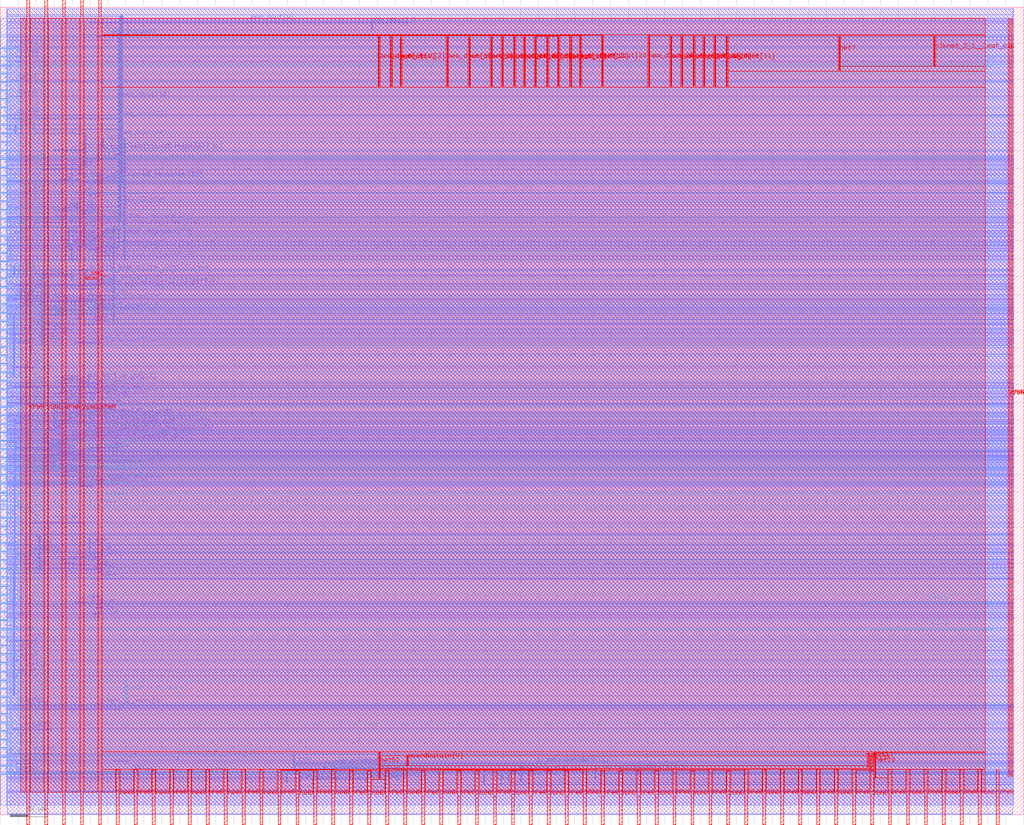
<source format=lef>
VERSION 5.7 ;
  NOWIREEXTENSIONATPIN ON ;
  DIVIDERCHAR "/" ;
  BUSBITCHARS "[]" ;
MACRO BlockRAM_1KB
  CLASS BLOCK ;
  FOREIGN BlockRAM_1KB ;
  ORIGIN 0.000 0.000 ;
  SIZE 570.000 BY 450.000 ;
  PIN mem_dout\[9\]
    PORT
      LAYER met1 ;
        RECT 50.500 441.420 227.770 441.560 ;
    END
  END mem_dout\[9\]
  PIN _017_
    PORT
      LAYER met1 ;
        RECT 47.080 341.615 47.220 341.940 ;
    END
  END _017_
  PIN _021_
    PORT
      LAYER met1 ;
        RECT 49.380 352.000 49.520 352.325 ;
    END
  END _021_
  PIN _023_
    PORT
      LAYER met1 ;
        RECT 46.620 335.340 46.760 336.005 ;
    END
  END _023_
  PIN _024_
    PORT
      LAYER met1 ;
        RECT 30.675 336.700 39.200 336.840 ;
    END
  END _024_
  PIN _037_
    PORT
      LAYER met1 ;
        RECT 50.760 352.340 51.205 352.480 ;
    END
  END _037_
  PIN _038_
    PORT
      LAYER met1 ;
        RECT 47.540 343.160 47.680 343.825 ;
    END
  END _038_
  PIN _039_
    PORT
      LAYER met1 ;
        RECT 44.520 343.160 45.225 343.300 ;
    END
  END _039_
  PIN _040_
    PORT
      LAYER met1 ;
        RECT 51.680 352.340 54.425 352.480 ;
    END
  END _040_
  PIN _041_
    PORT
      LAYER met1 ;
        RECT 55.820 352.000 55.960 352.325 ;
    END
  END _041_
  PIN _049_
    PORT
      LAYER met1 ;
        RECT 48.460 347.070 48.600 347.720 ;
    END
  END _049_
  PIN _058_
    PORT
      LAYER met1 ;
        RECT 48.660 353.020 52.125 353.160 ;
    END
  END _058_
  PIN _060_
    PORT
      LAYER met1 ;
        RECT 39.000 359.820 45.380 359.960 ;
    END
  END _060_
  PIN _066_
    PORT
      LAYER met1 ;
        RECT 48.000 352.495 48.140 353.160 ;
    END
  END _066_
  PIN _074_
    PORT
      LAYER met1 ;
        RECT 45.855 336.020 46.100 336.160 ;
    END
  END _074_
  PIN _076_
    PORT
      LAYER met1 ;
        RECT 53.675 351.660 57.600 351.800 ;
    END
  END _076_
  PIN _096_
    PORT
      LAYER met1 ;
        RECT 54.640 357.100 56.420 357.240 ;
    END
  END _096_
  PIN _104_
    PORT
      LAYER met1 ;
        RECT 29.800 370.360 47.220 370.500 ;
    END
  END _104_
  PIN _127_
    PORT
      LAYER met1 ;
        RECT 54.900 366.095 55.040 366.760 ;
    END
  END _127_
  PIN _128_
    PORT
      LAYER met1 ;
        RECT 21.980 353.020 41.545 353.160 ;
    END
  END _128_
  PIN _129_
    PORT
      LAYER met1 ;
        RECT 33.020 354.040 40.165 354.180 ;
    END
  END _129_
  PIN _130_
    PORT
      LAYER met1 ;
        RECT 22.440 359.480 44.765 359.620 ;
    END
  END _130_
  PIN _131_
    PORT
      LAYER met1 ;
        RECT 21.520 362.200 45.685 362.340 ;
    END
  END _131_
  PIN _132_
    PORT
      LAYER met1 ;
        RECT 27.040 364.920 46.760 365.060 ;
    END
  END _132_
  PIN mem_dout\[4\]
    PORT
      LAYER met1 ;
        RECT 67.320 339.420 67.460 339.700 ;
    END
  END mem_dout\[4\]
  PIN mem_dout\[5\]
    PORT
      LAYER met1 ;
        RECT 53.215 433.600 70.680 433.740 ;
    END
  END mem_dout\[5\]
  PIN mem_dout\[7\]
    PORT
      LAYER met1 ;
        RECT 56.435 431.560 59.440 431.700 ;
    END
  END mem_dout\[7\]
  PIN _014_
    PORT
      LAYER met1 ;
        RECT 41.560 346.560 41.700 346.885 ;
    END
  END _014_
  PIN net38
    PORT
      LAYER met1 ;
        RECT 8.595 389.740 10.680 389.880 ;
    END
  END net38
  PIN net40
    PORT
      LAYER met1 ;
        RECT 8.135 400.280 11.600 400.420 ;
    END
  END net40
  PIN net42
    PORT
      LAYER met1 ;
        RECT 8.595 408.780 10.220 408.920 ;
    END
  END net42
  PIN net44
    PORT
      LAYER met1 ;
        RECT 8.595 419.660 12.060 419.800 ;
    END
  END net44
  PIN net46
    PORT
      LAYER met1 ;
        RECT 8.595 422.380 11.140 422.520 ;
    END
  END net46
  PIN net47
    PORT
      LAYER met1 ;
        RECT 8.595 427.820 9.760 427.960 ;
    END
  END net47
  PIN rd_dout_additional_register\[27\]
    PORT
      LAYER met1 ;
        RECT 42.635 354.040 43.540 354.180 ;
    END
  END rd_dout_additional_register\[27\]
  PIN rd_dout_additional_register\[29\]
    PORT
      LAYER met1 ;
        RECT 48.155 363.900 52.080 364.040 ;
    END
  END rd_dout_additional_register\[29\]
  PIN _064_
    PORT
      LAYER met1 ;
        RECT 50.300 281.280 54.380 281.420 ;
    END
  END _064_
  PIN _007_
    PORT
      LAYER met1 ;
        RECT 38.800 332.620 41.085 332.760 ;
    END
  END _007_
  PIN _070_
    PORT
      LAYER met1 ;
        RECT 52.140 238.255 52.280 238.580 ;
    END
  END _070_
  PIN _008_
    PORT
      LAYER met1 ;
        RECT 42.175 333.300 49.780 333.440 ;
    END
  END _008_
  PIN _075_
    PORT
      LAYER met1 ;
        RECT 47.145 319.770 47.155 319.780 ;
    END
  END _075_
  PIN _011_
    PORT
      LAYER met1 ;
        RECT 42.175 276.180 42.620 276.320 ;
    END
  END _011_
  PIN _078_
    PORT
      LAYER met1 ;
        RECT 30.675 240.480 31.120 240.620 ;
    END
  END _078_
  PIN _080_
    PORT
      LAYER met1 ;
        RECT 48.155 273.120 50.700 273.260 ;
    END
  END _080_
  PIN _082_
    PORT
      LAYER met1 ;
        RECT 43.600 314.940 43.845 315.080 ;
    END
  END _082_
  PIN _083_
    PORT
      LAYER met1 ;
        RECT 52.800 311.200 53.040 311.340 ;
    END
  END _083_
  PIN _084_
    PORT
      LAYER met1 ;
        RECT 52.140 311.540 53.505 311.680 ;
    END
  END _084_
  PIN _086_
    PORT
      LAYER met1 ;
        RECT 30.215 232.660 31.120 232.800 ;
    END
  END _086_
  PIN _088_
    PORT
      LAYER met1 ;
        RECT 47.540 273.460 53.460 273.600 ;
    END
  END _088_
  PIN _090_
    PORT
      LAYER met1 ;
        RECT 49.120 314.940 54.885 315.080 ;
    END
  END _090_
  PIN _092_
    PORT
      LAYER met1 ;
        RECT 52.140 309.500 53.920 309.640 ;
    END
  END _092_
  PIN _094_
    PORT
      LAYER met1 ;
        RECT 31.640 240.480 31.885 240.620 ;
    END
  END _094_
  PIN _025_
    PORT
      LAYER met1 ;
        RECT 51.680 319.855 51.820 320.320 ;
    END
  END _025_
  PIN _098_
    PORT
      LAYER met1 ;
        RECT 62.030 289.100 62.660 289.240 ;
    END
  END _098_
  PIN _100_
    PORT
      LAYER met1 ;
        RECT 51.220 289.100 58.980 289.240 ;
    END
  END _100_
  PIN _026_
    PORT
      LAYER met1 ;
        RECT 44.320 276.520 44.460 276.845 ;
    END
  END _026_
  PIN _111_
    PORT
      LAYER met1 ;
        RECT 62.030 286.720 63.580 286.860 ;
    END
  END _111_
  PIN _113_
    PORT
      LAYER met1 ;
        RECT 51.835 281.620 58.060 281.760 ;
    END
  END _113_
  PIN _115_
    PORT
      LAYER met1 ;
        RECT 54.900 294.540 55.040 295.205 ;
    END
  END _115_
  PIN _116_
    PORT
      LAYER met1 ;
        RECT 22.855 265.300 32.960 265.440 ;
    END
  END _116_
  PIN _117_
    PORT
      LAYER met1 ;
        RECT 23.315 270.740 37.560 270.880 ;
    END
  END _117_
  PIN _118_
    PORT
      LAYER met1 ;
        RECT 16.260 279.240 28.160 279.380 ;
    END
  END _118_
  PIN _119_
    PORT
      LAYER met1 ;
        RECT 19.940 278.900 27.700 279.040 ;
    END
  END _119_
  PIN _120_
    PORT
      LAYER met1 ;
        RECT 16.720 286.380 37.820 286.520 ;
    END
  END _120_
  PIN _122_
    PORT
      LAYER met1 ;
        RECT 18.255 287.060 27.240 287.200 ;
    END
  END _122_
  PIN _123_
    PORT
      LAYER met1 ;
        RECT 24.235 278.560 36.900 278.700 ;
    END
  END _123_
  PIN _124_
    PORT
      LAYER met1 ;
        RECT 23.775 284.000 38.480 284.140 ;
    END
  END _124_
  PIN _125_
    PORT
      LAYER met1 ;
        RECT 20.140 329.900 36.180 330.040 ;
    END
  END _125_
  PIN _126_
    PORT
      LAYER met1 ;
        RECT 23.775 300.320 26.780 300.460 ;
    END
  END _126_
  PIN _027_
    PORT
      LAYER met1 ;
        RECT 50.300 319.020 50.440 319.685 ;
    END
  END _027_
  PIN _029_
    PORT
      LAYER met1 ;
        RECT 43.860 229.755 44.000 230.760 ;
    END
  END _029_
  PIN _032_
    PORT
      LAYER met1 ;
        RECT 45.240 283.320 45.380 283.645 ;
    END
  END _032_
  PIN _012_
    PORT
      LAYER met1 ;
        RECT 53.520 314.415 53.660 314.740 ;
    END
  END _012_
  PIN _013_
    PORT
      LAYER met1 ;
        RECT 40.840 314.260 41.085 314.400 ;
    END
  END _013_
  PIN _005_
    PORT
      LAYER met1 ;
        RECT 30.675 238.780 42.880 238.920 ;
    END
  END _005_
  PIN _133_
    PORT
      LAYER met1 ;
        RECT 22.240 300.475 22.380 300.800 ;
    END
  END _133_
  PIN clknet_2_0__leaf_clk
    PORT
      LAYER met1 ;
        RECT 45.700 292.655 45.840 292.980 ;
    END
  END clknet_2_0__leaf_clk
  PIN clknet_2_3__leaf_clk
    PORT
      LAYER met1 ;
        RECT 41.760 262.920 55.805 263.060 ;
    END
  END clknet_2_3__leaf_clk
  PIN mem_dout\[23\]
    PORT
      LAYER met1 ;
        RECT 65.480 315.960 65.620 316.580 ;
    END
  END mem_dout\[23\]
  PIN _015_
    PORT
      LAYER met1 ;
        RECT 36.960 316.640 39.705 316.780 ;
    END
  END _015_
  PIN _016_
    PORT
      LAYER met1 ;
        RECT 44.320 324.800 45.685 324.940 ;
    END
  END _016_
  PIN _042_
    PORT
      LAYER met1 ;
        RECT 28.880 268.700 30.045 268.840 ;
    END
  END _042_
  PIN _047_
    PORT
      LAYER met1 ;
        RECT 47.540 281.960 60.820 282.100 ;
    END
  END _047_
  PIN net16
    PORT
      LAYER met1 ;
        RECT 8.440 324.120 8.580 325.125 ;
    END
  END net16
  PIN net29
    PORT
      LAYER met1 ;
        RECT 8.135 228.920 9.760 229.060 ;
    END
  END net29
  PIN _006_
    PORT
      LAYER met1 ;
        RECT 47.280 281.280 49.365 281.420 ;
    END
  END _006_
  PIN net39
    PORT
      LAYER met1 ;
        RECT 43.050 287.060 46.760 287.200 ;
    END
  END net39
  PIN _050_
    PORT
      LAYER met1 ;
        RECT 55.420 322.145 55.430 322.155 ;
    END
  END _050_
  PIN _051_
    PORT
      LAYER met1 ;
        RECT 55.975 322.420 60.360 322.560 ;
    END
  END _051_
  PIN _053_
    PORT
      LAYER met1 ;
        RECT 33.435 240.480 36.440 240.620 ;
    END
  END _053_
  PIN _018_
    PORT
      LAYER met1 ;
        RECT 51.280 319.795 51.290 319.805 ;
    END
  END _018_
  PIN _059_
    PORT
      LAYER met1 ;
        RECT 46.680 327.585 46.690 327.595 ;
    END
  END _059_
  PIN net6
    PORT
      LAYER met1 ;
        RECT 32.100 281.960 32.345 282.100 ;
    END
  END net6
  PIN net62
    PORT
      LAYER met1 ;
        RECT 21.520 264.280 21.765 264.420 ;
    END
  END net62
  PIN net63
    PORT
      LAYER met1 ;
        RECT 7.675 238.440 22.180 238.580 ;
    END
  END net63
  PIN net65
    PORT
      LAYER met1 ;
        RECT 7.675 249.320 18.960 249.460 ;
    END
  END net65
  PIN net67
    PORT
      LAYER met1 ;
        RECT 14.160 286.040 15.785 286.180 ;
    END
  END net67
  PIN net70
    PORT
      LAYER met1 ;
        RECT 7.675 267.680 13.440 267.820 ;
    END
  END net70
  PIN net73
    PORT
      LAYER met1 ;
        RECT 7.675 281.960 12.980 282.100 ;
    END
  END net73
  PIN net74
    PORT
      LAYER met1 ;
        RECT 7.675 287.400 21.260 287.540 ;
    END
  END net74
  PIN net75
    PORT
      LAYER met1 ;
        RECT 7.675 289.440 22.180 289.580 ;
    END
  END net75
  PIN net76
    PORT
      LAYER met1 ;
        RECT 7.675 294.880 23.100 295.020 ;
    END
  END net76
  PIN net78
    PORT
      LAYER met1 ;
        RECT 7.520 300.475 7.660 300.800 ;
    END
  END net78
  PIN rd_dout_additional_register\[16\]
    PORT
      LAYER met1 ;
        RECT 51.880 295.220 54.425 295.360 ;
    END
  END rd_dout_additional_register\[16\]
  PIN rd_dout_additional_register\[17\]
    PORT
      LAYER met1 ;
        RECT 43.555 303.380 50.240 303.520 ;
    END
  END rd_dout_additional_register\[17\]
  PIN rd_dout_additional_register\[18\]
    PORT
      LAYER met1 ;
        RECT 38.035 314.940 39.200 315.080 ;
    END
  END rd_dout_additional_register\[18\]
  PIN rd_dout_additional_register\[19\]
    PORT
      LAYER met1 ;
        RECT 39.000 309.500 42.005 309.640 ;
    END
  END rd_dout_additional_register\[19\]
  PIN rd_dout_additional_register\[20\]
    PORT
      LAYER met1 ;
        RECT 38.540 322.420 38.785 322.560 ;
    END
  END rd_dout_additional_register\[20\]
  PIN rd_dout_additional_register\[22\]
    PORT
      LAYER met1 ;
        RECT 45.900 295.900 51.665 296.040 ;
    END
  END rd_dout_additional_register\[22\]
  PIN rd_dout_additional_register\[24\]
    PORT
      LAYER met1 ;
        RECT 38.495 330.920 39.660 331.060 ;
    END
  END rd_dout_additional_register\[24\]
  PIN rd_dout_additional_register\[25\]
    PORT
      LAYER met1 ;
        RECT 40.840 327.860 41.545 328.000 ;
    END
  END rd_dout_additional_register\[25\]
  PIN _019_
    PORT
      LAYER met1 ;
        RECT 41.560 319.020 41.700 319.640 ;
    END
  END _019_
  PIN _062_
    PORT
      LAYER met1 ;
        RECT 37.115 240.480 39.200 240.620 ;
    END
  END _062_
  PIN rd_dout_additional_register\[31\]
    PORT
      LAYER met1 ;
        RECT 49.580 293.180 52.585 293.320 ;
    END
  END rd_dout_additional_register\[31\]
  PIN rd_dout_muxed\[11\]
    PORT
      LAYER met1 ;
        RECT 46.270 240.480 53.000 240.620 ;
    END
  END rd_dout_muxed\[11\]
  PIN rd_dout_muxed\[14\]
    PORT
      LAYER met1 ;
        RECT 49.995 286.040 53.920 286.180 ;
    END
  END rd_dout_muxed\[14\]
  PIN rd_dout_muxed\[15\]
    PORT
      LAYER met1 ;
        RECT 46.270 235.040 52.540 235.180 ;
    END
  END rd_dout_muxed\[15\]
  PIN rd_dout_muxed\[2\]
    PORT
      LAYER met1 ;
        RECT 29.250 234.700 32.300 234.840 ;
    END
  END rd_dout_muxed\[2\]
  PIN rd_dout_muxed\[3\]
    PORT
      LAYER met1 ;
        RECT 33.390 232.660 36.640 232.800 ;
    END
  END rd_dout_muxed\[3\]
  PIN rd_dout_muxed\[4\]
    PORT
      LAYER met1 ;
        RECT 44.430 233.000 47.480 233.140 ;
    END
  END rd_dout_muxed\[4\]
  PIN rd_dout_muxed\[5\]
    PORT
      LAYER met1 ;
        RECT 28.330 229.260 29.540 229.400 ;
    END
  END rd_dout_muxed\[5\]
  PIN rd_dout_muxed\[7\]
    PORT
      LAYER met1 ;
        RECT 35.690 229.600 37.360 229.740 ;
    END
  END rd_dout_muxed\[7\]
  PIN rd_dout_muxed\[8\]
    PORT
      LAYER met1 ;
        RECT 43.050 238.100 44.260 238.240 ;
    END
  END rd_dout_muxed\[8\]
  PIN rd_dout_sel\[0\]
    PORT
      LAYER met1 ;
        RECT 33.480 286.040 48.445 286.180 ;
    END
  END rd_dout_sel\[0\]
  PIN rd_dout_sel\[1\]
    PORT
      LAYER met1 ;
        RECT 32.975 317.320 34.140 317.460 ;
    END
  END rd_dout_sel\[1\]
  PIN _148_
    PORT
      LAYER met1 ;
        RECT 28.880 189.820 30.000 189.960 ;
    END
  END _148_
  PIN _150_
    PORT
      LAYER met1 ;
        RECT 51.220 194.580 52.125 194.720 ;
    END
  END _150_
  PIN _151_
    PORT
      LAYER met1 ;
        RECT 46.775 196.280 48.860 196.420 ;
    END
  END _151_
  PIN _152_
    PORT
      LAYER met1 ;
        RECT 43.140 200.360 46.975 200.500 ;
    END
  END _152_
  PIN _153_
    PORT
      LAYER met1 ;
        RECT 53.060 202.740 65.420 202.880 ;
    END
  END _153_
  PIN _155_
    PORT
      LAYER met1 ;
        RECT 49.535 209.880 59.440 210.020 ;
    END
  END _155_
  PIN _156_
    PORT
      LAYER met1 ;
        RECT 48.660 212.600 49.735 212.740 ;
    END
  END _156_
  PIN _157_
    PORT
      LAYER met1 ;
        RECT 52.295 185.740 52.540 185.880 ;
    END
  END _157_
  PIN _158_
    PORT
      LAYER met1 ;
        RECT 49.995 204.440 65.880 204.580 ;
    END
  END _158_
  PIN _161_
    PORT
      LAYER met1 ;
        RECT 50.040 184.380 66.340 184.520 ;
    END
  END _161_
  PIN _162_
    PORT
      LAYER met1 ;
        RECT 53.625 185.400 67.720 185.540 ;
    END
  END _162_
  PIN _167_
    PORT
      LAYER met1 ;
        RECT 33.940 142.560 46.605 142.700 ;
    END
  END _167_
  PIN _169_
    PORT
      LAYER met1 ;
        RECT 43.600 142.220 45.225 142.360 ;
    END
  END _169_
  PIN _089_
    PORT
      LAYER met1 ;
        RECT 23.820 203.080 24.985 203.220 ;
    END
  END _089_
  PIN _010_
    PORT
      LAYER met1 ;
        RECT 33.895 189.140 34.140 189.280 ;
    END
  END _010_
  PIN _093_
    PORT
      LAYER met1 ;
        RECT 23.160 202.740 25.445 202.880 ;
    END
  END _093_
  PIN _095_
    PORT
      LAYER met1 ;
        RECT 26.075 202.400 27.240 202.540 ;
    END
  END _095_
  PIN _061_
    PORT
      LAYER met1 ;
        RECT 32.820 199.000 32.960 199.480 ;
    END
  END _061_
  PIN muxedDataIn\[10\]
    PORT
      LAYER met1 ;
        RECT 50.960 184.040 60.820 184.180 ;
    END
  END muxedDataIn\[10\]
  PIN muxedDataIn\[11\]
    PORT
      LAYER met1 ;
        RECT 55.975 186.420 57.600 186.560 ;
    END
  END muxedDataIn\[11\]
  PIN muxedDataIn\[12\]
    PORT
      LAYER met1 ;
        RECT 51.680 193.900 53.000 194.040 ;
    END
  END muxedDataIn\[12\]
  PIN muxedDataIn\[13\]
    PORT
      LAYER met1 ;
        RECT 53.215 197.300 61.280 197.440 ;
    END
  END muxedDataIn\[13\]
  PIN muxedDataIn\[14\]
    PORT
      LAYER met1 ;
        RECT 55.820 193.900 60.360 194.040 ;
    END
  END muxedDataIn\[14\]
  PIN net1
    PORT
      LAYER met1 ;
        RECT 36.700 140.180 40.625 140.320 ;
    END
  END net1
  PIN _001_
    PORT
      LAYER met1 ;
        RECT 45.395 143.240 47.020 143.380 ;
    END
  END _001_
  PIN net24
    PORT
      LAYER met1 ;
        RECT 8.135 204.440 38.740 204.580 ;
    END
  END net24
  PIN net25
    PORT
      LAYER met1 ;
        RECT 8.135 209.880 10.680 210.020 ;
    END
  END net25
  PIN net26
    PORT
      LAYER met1 ;
        RECT 8.135 212.600 11.140 212.740 ;
    END
  END net26
  PIN net27
    PORT
      LAYER met1 ;
        RECT 8.135 218.040 11.600 218.180 ;
    END
  END net27
  PIN net28
    PORT
      LAYER met1 ;
        RECT 17.380 162.620 46.145 162.760 ;
    END
  END net28
  PIN _099_
    PORT
      LAYER met1 ;
        RECT 16.260 137.275 16.400 137.600 ;
    END
  END _099_
  PIN net30
    PORT
      LAYER met1 ;
        RECT 41.760 184.040 43.340 184.180 ;
    END
  END net30
  PIN net32
    PORT
      LAYER met1 ;
        RECT 42.220 200.700 49.365 200.840 ;
    END
  END net32
  PIN net33
    PORT
      LAYER met1 ;
        RECT 17.840 203.420 34.570 203.560 ;
    END
  END net33
  PIN _063_
    PORT
      LAYER met1 ;
        RECT 30.520 200.175 30.660 200.500 ;
    END
  END _063_
  PIN _103_
    PORT
      LAYER met1 ;
        RECT 15.495 145.620 16.660 145.760 ;
    END
  END _103_
  PIN _028_
    PORT
      LAYER met1 ;
        RECT 34.355 188.460 54.380 188.600 ;
    END
  END _028_
  PIN _106_
    PORT
      LAYER met1 ;
        RECT 19.635 148.000 20.800 148.140 ;
    END
  END _106_
  PIN _110_
    PORT
      LAYER met1 ;
        RECT 19.220 219.400 40.165 219.540 ;
    END
  END _110_
  PIN _065_
    PORT
      LAYER met1 ;
        RECT 33.740 199.680 33.880 200.005 ;
    END
  END _065_
  PIN _112_
    PORT
      LAYER met1 ;
        RECT 17.180 151.215 17.320 151.540 ;
    END
  END _112_
  PIN net5
    PORT
      LAYER met1 ;
        RECT 21.980 222.120 30.200 222.260 ;
    END
  END net5
  PIN net53
    PORT
      LAYER met1 ;
        RECT 8.135 193.560 17.580 193.700 ;
    END
  END net53
  PIN net54
    PORT
      LAYER met1 ;
        RECT 8.135 200.700 9.300 200.840 ;
    END
  END net54
  PIN _114_
    PORT
      LAYER met1 ;
        RECT 19.175 156.500 19.420 156.640 ;
    END
  END _114_
  PIN _069_
    PORT
      LAYER met1 ;
        RECT 34.355 199.340 47.940 199.480 ;
    END
  END _069_
  PIN _045_
    PORT
      LAYER met1 ;
        RECT 32.975 227.220 37.100 227.360 ;
    END
  END _045_
  PIN _071_
    PORT
      LAYER met1 ;
        RECT 34.660 200.175 34.800 200.500 ;
    END
  END _071_
  PIN _073_
    PORT
      LAYER met1 ;
        RECT 28.680 202.740 30.460 202.880 ;
    END
  END _073_
  PIN _046_
    PORT
      LAYER met1 ;
        RECT 31.440 191.180 31.580 191.505 ;
    END
  END _046_
  PIN _030_
    PORT
      LAYER met1 ;
        RECT 31.900 205.615 32.040 205.940 ;
    END
  END _030_
  PIN _048_
    PORT
      LAYER met1 ;
        RECT 30.980 197.115 31.120 197.440 ;
    END
  END _048_
  PIN _079_
    PORT
      LAYER met1 ;
        RECT 29.755 202.400 30.920 202.540 ;
    END
  END _079_
  PIN rd_dout_additional_register\[0\]
    PORT
      LAYER met1 ;
        RECT 37.115 208.860 42.880 209.000 ;
    END
  END rd_dout_additional_register\[0\]
  PIN rd_dout_additional_register\[10\]
    PORT
      LAYER met1 ;
        RECT 33.480 222.460 34.185 222.600 ;
    END
  END rd_dout_additional_register\[10\]
  PIN rd_dout_additional_register\[11\]
    PORT
      LAYER met1 ;
        RECT 47.235 218.720 49.520 218.860 ;
    END
  END rd_dout_additional_register\[11\]
  PIN rd_dout_additional_register\[12\]
    PORT
      LAYER met1 ;
        RECT 41.715 222.460 50.240 222.600 ;
    END
  END rd_dout_additional_register\[12\]
  PIN rd_dout_additional_register\[13\]
    PORT
      LAYER met1 ;
        RECT 42.635 218.380 49.980 218.520 ;
    END
  END rd_dout_additional_register\[13\]
  PIN rd_dout_additional_register\[14\]
    PORT
      LAYER met1 ;
        RECT 42.175 211.580 48.860 211.720 ;
    END
  END rd_dout_additional_register\[14\]
  PIN rd_dout_additional_register\[15\]
    PORT
      LAYER met1 ;
        RECT 47.235 213.280 51.820 213.420 ;
    END
  END rd_dout_additional_register\[15\]
  PIN _033_
    PORT
      LAYER met1 ;
        RECT 35.580 207.500 35.720 207.825 ;
    END
  END _033_
  PIN _081_
    PORT
      LAYER met1 ;
        RECT 24.080 199.680 25.905 199.820 ;
    END
  END _081_
  PIN _034_
    PORT
      LAYER met1 ;
        RECT 34.815 189.140 37.820 189.280 ;
    END
  END _034_
  PIN _052_
    PORT
      LAYER met1 ;
        RECT 31.595 197.640 40.120 197.780 ;
    END
  END _052_
  PIN rd_dout_additional_register\[1\]
    PORT
      LAYER met1 ;
        RECT 29.295 208.860 34.140 209.000 ;
    END
  END rd_dout_additional_register\[1\]
  PIN _036_
    PORT
      LAYER met1 ;
        RECT 30.520 191.675 30.660 192.000 ;
    END
  END _036_
  PIN _085_
    PORT
      LAYER met1 ;
        RECT 22.240 199.340 26.365 199.480 ;
    END
  END _085_
  PIN _054_
    PORT
      LAYER met1 ;
        RECT 32.820 216.495 32.960 217.160 ;
    END
  END _054_
  PIN _087_
    PORT
      LAYER met1 ;
        RECT 27.040 212.600 28.205 212.740 ;
    END
  END _087_
  PIN _055_
    PORT
      LAYER met1 ;
        RECT 31.640 196.960 31.885 197.100 ;
    END
  END _055_
  PIN rd_dout_additional_register\[2\]
    PORT
      LAYER met1 ;
        RECT 30.060 215.475 30.200 215.800 ;
    END
  END rd_dout_additional_register\[2\]
  PIN rd_dout_additional_register\[3\]
    PORT
      LAYER met1 ;
        RECT 31.135 219.740 38.740 219.880 ;
    END
  END rd_dout_additional_register\[3\]
  PIN rd_dout_additional_register\[4\]
    PORT
      LAYER met1 ;
        RECT 34.355 215.320 34.800 215.460 ;
    END
  END rd_dout_additional_register\[4\]
  PIN rd_dout_additional_register\[6\]
    PORT
      LAYER met1 ;
        RECT 27.455 214.300 29.540 214.440 ;
    END
  END rd_dout_additional_register\[6\]
  PIN rd_dout_additional_register\[7\]
    PORT
      LAYER met1 ;
        RECT 26.840 215.475 26.980 216.140 ;
    END
  END rd_dout_additional_register\[7\]
  PIN rd_dout_additional_register\[8\]
    PORT
      LAYER met1 ;
        RECT 34.355 211.240 49.520 211.380 ;
    END
  END rd_dout_additional_register\[8\]
  PIN rd_dout_additional_register\[9\]
    PORT
      LAYER met1 ;
        RECT 32.975 207.840 35.260 207.980 ;
    END
  END rd_dout_additional_register\[9\]
  PIN rd_dout_muxed\[0\]
    PORT
      LAYER met1 ;
        RECT 43.140 222.120 44.610 222.260 ;
    END
  END rd_dout_muxed\[0\]
  PIN _136_
    PORT
      LAYER met1 ;
        RECT 46.315 150.040 46.560 150.180 ;
    END
  END _136_
  PIN _137_
    PORT
      LAYER met1 ;
        RECT 49.840 145.620 56.680 145.760 ;
    END
  END _137_
  PIN _138_
    PORT
      LAYER met1 ;
        RECT 55.360 134.895 55.500 135.560 ;
    END
  END _138_
  PIN rd_dout_muxed\[1\]
    PORT
      LAYER met1 ;
        RECT 32.100 223.820 35.410 223.960 ;
    END
  END rd_dout_muxed\[1\]
  PIN _139_
    PORT
      LAYER met1 ;
        RECT 56.895 131.680 57.140 131.820 ;
    END
  END _139_
  PIN _140_
    PORT
      LAYER met1 ;
        RECT 48.200 137.120 53.505 137.260 ;
    END
  END _140_
  PIN _141_
    PORT
      LAYER met1 ;
        RECT 56.280 142.715 56.420 143.720 ;
    END
  END _141_
  PIN _142_
    PORT
      LAYER met1 ;
        RECT 47.540 136.780 56.265 136.920 ;
    END
  END _142_
  PIN rd_dout_muxed\[6\]
    PORT
      LAYER met1 ;
        RECT 28.330 223.820 29.080 223.960 ;
    END
  END rd_dout_muxed\[6\]
  PIN _143_
    PORT
      LAYER met1 ;
        RECT 50.500 145.960 54.885 146.100 ;
    END
  END _143_
  PIN _144_
    PORT
      LAYER met1 ;
        RECT 44.475 183.020 50.700 183.160 ;
    END
  END _144_
  PIN rd_dout_muxed\[9\]
    PORT
      LAYER met1 ;
        RECT 42.220 227.220 42.825 227.360 ;
    END
  END rd_dout_muxed\[9\]
  PIN _145_
    PORT
      LAYER met1 ;
        RECT 40.795 139.160 49.780 139.300 ;
    END
  END _145_
  PIN _146_
    PORT
      LAYER met1 ;
        RECT 50.915 131.340 54.380 131.480 ;
    END
  END _146_
  PIN _003_
    PORT
      LAYER met1 ;
        RECT 52.295 110.600 53.000 110.740 ;
    END
  END _003_
  PIN _134_
    PORT
      LAYER met1 ;
        RECT 44.935 118.420 47.680 118.560 ;
    END
  END _134_
  PIN net77
    PORT
      LAYER met1 ;
        RECT 7.675 33.760 29.540 33.900 ;
    END
  END net77
  PIN _135_
    PORT
      LAYER met1 ;
        RECT 52.800 115.360 56.725 115.500 ;
    END
  END _135_
  PIN _004_
    PORT
      LAYER met1 ;
        RECT 53.260 23.220 89.845 23.360 ;
    END
  END _004_
  PIN net80
    PORT
      LAYER met1 ;
        RECT 7.720 47.360 28.160 47.500 ;
    END
  END net80
  PIN net82
    PORT
      LAYER met1 ;
        RECT 7.675 48.040 20.340 48.180 ;
    END
  END net82
  PIN net84
    PORT
      LAYER met1 ;
        RECT 7.675 58.920 23.560 59.060 ;
    END
  END net84
  PIN net85
    PORT
      LAYER met1 ;
        RECT 7.675 60.960 17.120 61.100 ;
    END
  END net85
  PIN net55
    PORT
      LAYER met1 ;
        RECT 7.675 22.880 8.840 23.020 ;
    END
  END net55
  PIN net57
    PORT
      LAYER met1 ;
        RECT 7.675 77.280 10.680 77.420 ;
    END
  END net57
  PIN net58
    PORT
      LAYER met1 ;
        RECT 7.675 80.680 21.260 80.820 ;
    END
  END net58
  PIN net59
    PORT
      LAYER met1 ;
        RECT 7.675 86.120 10.220 86.260 ;
    END
  END net59
  PIN _002_
    PORT
      LAYER met1 ;
        RECT 65.220 22.880 91.225 23.020 ;
    END
  END _002_
  PIN net60
    PORT
      LAYER met1 ;
        RECT 7.675 91.560 11.600 91.700 ;
    END
  END net60
  PIN net61
    PORT
      LAYER met1 ;
        RECT 7.675 97.000 19.880 97.140 ;
    END
  END net61
  PIN _170_
    PORT
      LAYER met1 ;
        RECT 51.375 111.960 56.680 112.100 ;
    END
  END _170_
  PIN _000_
    PORT
      LAYER met1 ;
        RECT 50.960 60.620 54.580 60.760 ;
    END
  END _000_
  PIN _171_
    PORT
      LAYER met1 ;
        RECT 45.855 117.400 49.780 117.540 ;
    END
  END _171_
  PIN net66
    PORT
      LAYER met1 ;
        RECT 7.675 28.320 18.040 28.460 ;
    END
  END net66
  PIN _147_
    PORT
      LAYER met1 ;
        RECT 63.840 29.680 70.480 29.820 ;
    END
  END _147_
  PIN net3
    PORT
      LAYER met1 ;
        RECT 8.135 109.240 9.300 109.380 ;
    END
  END net3
  PIN mem_wr_mask\[0\]
    PORT
      LAYER met1 ;
        RECT 58.275 60.280 60.820 60.420 ;
    END
  END mem_wr_mask\[0\]
  PIN net2
    PORT
      LAYER met1 ;
        RECT 41.760 118.080 43.800 118.220 ;
    END
  END net2
  PIN _154_
    PORT
      LAYER met1 ;
        RECT 64.300 58.580 67.260 58.720 ;
    END
  END _154_
  PIN net9
    PORT
      LAYER met1 ;
        RECT 39.000 13.020 559.000 13.160 ;
    END
  END net9
  PIN muxedDataIn\[26\]
    PORT
      LAYER met1 ;
        RECT 165.915 23.900 166.160 24.040 ;
    END
  END muxedDataIn\[26\]
  PIN muxedDataIn\[31\]
    PORT
      LAYER met1 ;
        RECT 183.395 23.900 183.640 24.040 ;
    END
  END muxedDataIn\[31\]
  PIN _166_
    PORT
      LAYER met1 ;
        RECT 182.520 22.540 182.765 22.680 ;
    END
  END _166_
  PIN _159_
    PORT
      LAYER met1 ;
        RECT 166.680 19.820 166.820 20.145 ;
    END
  END _159_
  PIN _165_
    PORT
      LAYER met1 ;
        RECT 182.060 22.880 184.605 23.020 ;
    END
  END _165_
  PIN muxedDataIn\[24\]
    PORT
      LAYER met1 ;
        RECT 200.260 19.820 200.400 20.300 ;
    END
  END muxedDataIn\[24\]
  PIN _020_
    PORT
      LAYER met2 ;
        RECT 36.040 336.220 36.180 337.660 ;
    END
  END _020_
  PIN _022_
    PORT
      LAYER met2 ;
        RECT 42.940 336.900 43.080 338.340 ;
    END
  END _022_
  PIN _031_
    PORT
      LAYER met2 ;
        RECT 33.280 200.220 33.420 205.060 ;
    END
  END _031_
  PIN _035_
    PORT
      LAYER met2 ;
        RECT 63.180 274.000 63.320 328.140 ;
    END
  END _035_
  PIN _043_
    PORT
      LAYER met2 ;
        RECT 59.500 332.110 60.100 332.250 ;
    END
  END _043_
  PIN _044_
    PORT
      LAYER met2 ;
        RECT 30.980 192.400 31.120 192.640 ;
    END
  END _044_
  PIN _057_
    PORT
      LAYER met2 ;
        RECT 29.600 198.180 29.740 199.960 ;
    END
  END _057_
  PIN _067_
    PORT
      LAYER met2 ;
        RECT 43.860 332.960 44.460 333.100 ;
    END
  END _067_
  PIN _077_
    PORT
      LAYER met2 ;
        RECT 29.140 203.280 29.280 206.240 ;
    END
  END _077_
  PIN _091_
    PORT
      LAYER met2 ;
        RECT 39.720 309.360 39.860 318.620 ;
    END
  END _091_
  PIN _097_
    PORT
      LAYER met2 ;
        RECT 57.200 371.580 57.340 376.760 ;
    END
  END _097_
  PIN _101_
    PORT
      LAYER met2 ;
        RECT 22.700 193.390 23.300 193.530 ;
    END
  END _101_
  PIN _105_
    PORT
      LAYER met2 ;
        RECT 42.020 221.640 42.160 224.130 ;
    END
  END _105_
  PIN _107_
    PORT
      LAYER met2 ;
        RECT 69.160 309.020 69.300 377.100 ;
    END
  END _107_
  PIN _108_
    PORT
      LAYER met2 ;
        RECT 21.780 192.030 22.840 192.170 ;
    END
  END _108_
  PIN _109_
    PORT
      LAYER met2 ;
        RECT 56.280 295.390 57.340 295.530 ;
    END
  END _109_
  PIN _121_
    PORT
      LAYER met2 ;
        RECT 39.720 297.800 39.860 301.280 ;
    END
  END _121_
  PIN _149_
    PORT
      LAYER met2 ;
        RECT 163.460 23.080 163.600 33.360 ;
    END
  END _149_
  PIN _160_
    PORT
      LAYER met2 ;
        RECT 174.040 15.940 174.180 20.100 ;
    END
  END _160_
  PIN _168_
    PORT
      LAYER met2 ;
        RECT 49.840 146.500 49.980 153.380 ;
    END
  END _168_
  PIN clk
    PORT
      LAYER met2 ;
        RECT 283.520 0.270 285.040 0.410 ;
    END
  END clk
  PIN clknet_0_clk
    PORT
      LAYER met2 ;
        RECT 279.380 20.700 279.520 22.140 ;
    END
  END clknet_0_clk
  PIN clknet_2_2__leaf_clk
    PORT
      LAYER met2 ;
        RECT 98.600 30.900 98.740 32.160 ;
    END
  END clknet_2_2__leaf_clk
  PIN mem_dout\[19\]
    PORT
      LAYER met2 ;
        RECT 67.780 351.520 67.920 445.440 ;
    END
  END mem_dout\[19\]
  PIN mem_dout\[21\]
    PORT
      LAYER met2 ;
        RECT 66.860 330.960 67.000 444.760 ;
    END
  END mem_dout\[21\]
  PIN mem_dout\[22\]
    PORT
      LAYER met2 ;
        RECT 65.940 317.180 66.080 437.960 ;
    END
  END mem_dout\[22\]
  PIN mem_dout\[3\]
    PORT
      LAYER met2 ;
        RECT 207.160 437.540 207.300 442.040 ;
    END
  END mem_dout\[3\]
  PIN mem_wr_mask\[1\]
    PORT
      LAYER met2 ;
        RECT 159.320 18.660 159.460 23.320 ;
    END
  END mem_wr_mask\[1\]
  PIN mem_wr_mask\[2\]
    PORT
      LAYER met2 ;
        RECT 94.920 21.380 95.060 22.140 ;
    END
  END mem_wr_mask\[2\]
  PIN mem_wr_mask\[3\]
    PORT
      LAYER met2 ;
        RECT 166.680 12.880 166.820 23.320 ;
    END
  END mem_wr_mask\[3\]
  PIN muxedDataIn\[15\]
    PORT
      LAYER met2 ;
        RECT 203.480 18.160 203.620 20.780 ;
    END
  END muxedDataIn\[15\]
  PIN muxedDataIn\[16\]
    PORT
      LAYER met2 ;
        RECT 269.260 16.960 269.400 24.680 ;
    END
  END muxedDataIn\[16\]
  PIN muxedDataIn\[18\]
    PORT
      LAYER met2 ;
        RECT 278.920 17.300 279.060 24.680 ;
    END
  END muxedDataIn\[18\]
  PIN muxedDataIn\[19\]
    PORT
      LAYER met2 ;
        RECT 283.060 17.980 283.200 24.680 ;
    END
  END muxedDataIn\[19\]
  PIN muxedDataIn\[20\]
    PORT
      LAYER met2 ;
        RECT 289.960 18.660 290.100 27.400 ;
    END
  END muxedDataIn\[20\]
  PIN muxedDataIn\[21\]
    PORT
      LAYER met2 ;
        RECT 296.860 27.680 297.000 28.260 ;
    END
  END muxedDataIn\[21\]
  PIN muxedDataIn\[22\]
    PORT
      LAYER met2 ;
        RECT 303.760 27.680 303.900 28.600 ;
    END
  END muxedDataIn\[22\]
  PIN muxedDataIn\[23\]
    PORT
      LAYER met2 ;
        RECT 310.660 27.680 310.800 27.920 ;
    END
  END muxedDataIn\[23\]
  PIN muxedDataIn\[25\]
    PORT
      LAYER met2 ;
        RECT 199.865 20.140 199.875 20.150 ;
    END
  END muxedDataIn\[25\]
  PIN muxedDataIn\[27\]
    PORT
      LAYER met2 ;
        RECT 331.360 19.680 331.500 27.400 ;
    END
  END muxedDataIn\[27\]
  PIN muxedDataIn\[28\]
    PORT
      LAYER met2 ;
        RECT 172.660 21.380 172.800 22.480 ;
    END
  END muxedDataIn\[28\]
  PIN muxedDataIn\[29\]
    PORT
      LAYER met2 ;
        RECT 345.160 23.420 345.300 27.400 ;
    END
  END muxedDataIn\[29\]
  PIN muxedDataIn\[30\]
    PORT
      LAYER met2 ;
        RECT 352.520 23.080 352.660 24.680 ;
    END
  END muxedDataIn\[30\]
  PIN muxedDataIn\[8\]
    PORT
      LAYER met2 ;
        RECT 220.960 18.320 221.100 27.400 ;
    END
  END muxedDataIn\[8\]
  PIN net15
    PORT
      LAYER met2 ;
        RECT 8.440 289.270 9.040 289.410 ;
    END
  END net15
  PIN net21
    PORT
      LAYER met2 ;
        RECT 13.500 345.920 13.640 346.160 ;
    END
  END net21
  PIN net23
    PORT
      LAYER met2 ;
        RECT 21.780 134.940 21.920 155.760 ;
    END
  END net23
  PIN net31
    PORT
      LAYER met2 ;
        RECT 24.080 279.070 26.980 279.210 ;
    END
  END net31
  PIN net34
    PORT
      LAYER met2 ;
        RECT 180.940 25.800 181.080 27.400 ;
    END
  END net34
  PIN net35
    PORT
      LAYER met2 ;
        RECT 52.140 202.230 53.200 202.370 ;
    END
  END net35
  PIN net36
    PORT
      LAYER met2 ;
        RECT 8.440 379.920 8.580 381.520 ;
    END
  END net36
  PIN net37
    PORT
      LAYER met2 ;
        RECT 8.440 382.640 8.580 384.240 ;
    END
  END net37
  PIN net4
    PORT
      LAYER met2 ;
        RECT 7.980 116.580 8.120 220.700 ;
    END
  END net4
  PIN net41
    PORT
      LAYER met2 ;
        RECT 8.440 387.870 9.500 388.010 ;
    END
  END net41
  PIN net43
    PORT
      LAYER met2 ;
        RECT 7.060 287.910 8.580 288.050 ;
    END
  END net43
  PIN net45
    PORT
      LAYER met2 ;
        RECT 186.460 26.140 186.600 27.400 ;
    END
  END net45
  PIN net48
    PORT
      LAYER met2 ;
        RECT 193.360 26.820 193.500 27.400 ;
    END
  END net48
  PIN net49
    PORT
      LAYER met2 ;
        RECT 200.260 27.160 200.400 27.400 ;
    END
  END net49
  PIN net50
    PORT
      LAYER met2 ;
        RECT 201.640 26.480 201.780 27.400 ;
    END
  END net50
  PIN net52
    PORT
      LAYER met2 ;
        RECT 214.060 12.720 214.200 22.640 ;
    END
  END net52
  PIN net56
    PORT
      LAYER met2 ;
        RECT 16.460 145.110 16.860 145.250 ;
    END
  END net56
  PIN net64
    PORT
      LAYER met2 ;
        RECT 7.520 244.080 7.660 277.820 ;
    END
  END net64
  PIN net68
    PORT
      LAYER met2 ;
        RECT 17.180 257.000 17.320 285.980 ;
    END
  END net68
  PIN net69
    PORT
      LAYER met2 ;
        RECT 23.160 262.100 23.300 277.820 ;
    END
  END net69
  PIN net71
    PORT
      LAYER met2 ;
        RECT 16.720 271.280 16.860 299.580 ;
    END
  END net71
  PIN net72
    PORT
      LAYER met2 ;
        RECT 22.700 276.720 22.840 299.580 ;
    END
  END net72
  PIN net79
    PORT
      LAYER met2 ;
        RECT 7.520 301.540 7.660 305.360 ;
    END
  END net79
  PIN net81
    PORT
      LAYER met2 ;
        RECT 31.900 189.310 32.500 189.450 ;
    END
  END net81
  PIN net83
    PORT
      LAYER met2 ;
        RECT 24.080 196.790 24.680 196.930 ;
    END
  END net83
  PIN net86
    PORT
      LAYER met2 ;
        RECT 7.520 66.600 7.660 136.380 ;
    END
  END net86
  PIN rd_dout_additional_register\[21\]
    PORT
      LAYER met2 ;
        RECT 37.880 317.180 38.020 326.780 ;
    END
  END rd_dout_additional_register\[21\]
  PIN rd_dout_additional_register\[23\]
    PORT
      LAYER met2 ;
        RECT 47.540 298.820 47.680 302.980 ;
    END
  END rd_dout_additional_register\[23\]
  PIN rd_dout_additional_register\[26\]
    PORT
      LAYER met2 ;
        RECT 43.860 353.220 44.000 354.320 ;
    END
  END rd_dout_additional_register\[26\]
  PIN rd_dout_additional_register\[28\]
    PORT
      LAYER met2 ;
        RECT 47.080 360.700 47.220 380.160 ;
    END
  END rd_dout_additional_register\[28\]
  PIN rd_dout_additional_register\[30\]
    PORT
      LAYER met2 ;
        RECT 54.440 365.800 54.580 373.020 ;
    END
  END rd_dout_additional_register\[30\]
  PIN rd_dout_additional_register\[5\]
    PORT
      LAYER met2 ;
        RECT 30.060 214.500 30.200 228.860 ;
    END
  END rd_dout_additional_register\[5\]
  PIN rd_dout_muxed\[10\]
    PORT
      LAYER met2 ;
        RECT 48.460 279.070 49.060 279.210 ;
    END
  END rd_dout_muxed\[10\]
  PIN rd_dout_muxed\[12\]
    PORT
      LAYER met2 ;
        RECT 48.920 238.270 49.060 245.520 ;
    END
  END rd_dout_muxed\[12\]
  PIN rd_dout_muxed\[13\]
    PORT
      LAYER met2 ;
        RECT 51.220 281.110 52.740 281.250 ;
    END
  END rd_dout_muxed\[13\]
  PIN net87
    PORT
      LAYER met3 ;
        RECT 535.800 417.200 551.630 417.500 ;
    END
  END net87
  PIN C5
    PORT
      LAYER met3 ;
        RECT 0.000 312.990 3.770 313.290 ;
    END
  END C5
  PIN _056_
    PORT
      LAYER met3 ;
        RECT 48.670 282.390 49.060 282.690 ;
    END
  END _056_
  PIN _068_
    PORT
      LAYER met3 ;
        RECT 49.330 353.935 49.340 353.945 ;
    END
  END _068_
  PIN _072_
    PORT
      LAYER met3 ;
        RECT 43.860 281.710 45.170 282.010 ;
    END
  END _072_
  PIN _102_
    PORT
      LAYER met3 ;
        RECT 53.270 366.710 53.660 367.010 ;
    END
  END _102_
  PIN mem_dout\[25\]
    PORT
      LAYER met3 ;
        RECT 51.220 434.030 70.010 434.330 ;
    END
  END mem_dout\[25\]
  PIN C4
    PORT
      LAYER met3 ;
        RECT 0.000 308.230 3.770 308.530 ;
    END
  END C4
  PIN rd_data[16]
    PORT
      LAYER met3 ;
        RECT 0.000 232.070 4.230 232.370 ;
    END
  END rd_data[16]
  PIN rd_data[17]
    PORT
      LAYER met3 ;
        RECT 0.000 236.830 4.230 237.130 ;
    END
  END rd_data[17]
  PIN rd_data[18]
    PORT
      LAYER met3 ;
        RECT 0.000 241.590 4.230 241.890 ;
    END
  END rd_data[18]
  PIN rd_data[19]
    PORT
      LAYER met3 ;
        RECT 0.000 246.350 7.910 246.650 ;
    END
  END rd_data[19]
  PIN rd_data[20]
    PORT
      LAYER met3 ;
        RECT 0.000 251.110 4.230 251.410 ;
    END
  END rd_data[20]
  PIN rd_data[21]
    PORT
      LAYER met3 ;
        RECT 0.000 255.870 4.230 256.170 ;
    END
  END rd_data[21]
  PIN rd_data[22]
    PORT
      LAYER met3 ;
        RECT 0.000 260.630 4.290 260.930 ;
    END
  END rd_data[22]
  PIN rd_data[23]
    PORT
      LAYER met3 ;
        RECT 0.000 265.390 4.230 265.690 ;
    END
  END rd_data[23]
  PIN rd_data[24]
    PORT
      LAYER met3 ;
        RECT 0.000 270.150 4.230 270.450 ;
    END
  END rd_data[24]
  PIN rd_data[25]
    PORT
      LAYER met3 ;
        RECT 0.000 274.910 4.230 275.210 ;
    END
  END rd_data[25]
  PIN rd_data[26]
    PORT
      LAYER met3 ;
        RECT 0.000 279.670 4.230 279.970 ;
    END
  END rd_data[26]
  PIN rd_data[27]
    PORT
      LAYER met3 ;
        RECT 0.000 284.430 4.230 284.730 ;
    END
  END rd_data[27]
  PIN rd_data[28]
    PORT
      LAYER met3 ;
        RECT 0.000 289.190 7.910 289.490 ;
    END
  END rd_data[28]
  PIN rd_data[29]
    PORT
      LAYER met3 ;
        RECT 0.000 293.950 4.230 294.250 ;
    END
  END rd_data[29]
  PIN rd_data[30]
    PORT
      LAYER met3 ;
        RECT 0.000 298.710 4.230 299.010 ;
    END
  END rd_data[30]
  PIN rd_data[31]
    PORT
      LAYER met3 ;
        RECT 0.000 303.470 4.230 303.770 ;
    END
  END rd_data[31]
  PIN wr_addr[0]
    PORT
      LAYER met3 ;
        RECT 0.000 317.750 3.770 318.050 ;
    END
  END wr_addr[0]
  PIN wr_addr[1]
    PORT
      LAYER met3 ;
        RECT 0.000 322.510 4.290 322.810 ;
    END
  END wr_addr[1]
  PIN wr_addr[2]
    PORT
      LAYER met3 ;
        RECT 0.000 327.270 3.770 327.570 ;
    END
  END wr_addr[2]
  PIN wr_addr[3]
    PORT
      LAYER met3 ;
        RECT 0.000 332.030 3.770 332.330 ;
    END
  END wr_addr[3]
  PIN wr_addr[4]
    PORT
      LAYER met3 ;
        RECT 0.000 336.790 7.740 337.090 ;
    END
  END wr_addr[4]
  PIN wr_addr[5]
    PORT
      LAYER met3 ;
        RECT 0.000 341.550 3.770 341.850 ;
    END
  END wr_addr[5]
  PIN wr_addr[6]
    PORT
      LAYER met3 ;
        RECT 0.000 346.310 3.770 346.610 ;
    END
  END wr_addr[6]
  PIN wr_addr[7]
    PORT
      LAYER met3 ;
        RECT 0.000 351.070 7.740 351.370 ;
    END
  END wr_addr[7]
  PIN wr_data[16]
    PORT
      LAYER met3 ;
        RECT 0.000 355.830 3.770 356.130 ;
    END
  END wr_data[16]
  PIN wr_data[17]
    PORT
      LAYER met3 ;
        RECT 0.000 360.590 3.770 360.890 ;
    END
  END wr_data[17]
  PIN wr_data[18]
    PORT
      LAYER met3 ;
        RECT 0.000 365.350 3.770 365.650 ;
    END
  END wr_data[18]
  PIN wr_data[19]
    PORT
      LAYER met3 ;
        RECT 0.000 370.110 3.770 370.410 ;
    END
  END wr_data[19]
  PIN wr_data[20]
    PORT
      LAYER met3 ;
        RECT 0.000 374.870 3.770 375.170 ;
    END
  END wr_data[20]
  PIN wr_data[21]
    PORT
      LAYER met3 ;
        RECT 0.000 379.630 3.770 379.930 ;
    END
  END wr_data[21]
  PIN wr_data[22]
    PORT
      LAYER met3 ;
        RECT 0.000 384.390 3.770 384.690 ;
    END
  END wr_data[22]
  PIN wr_data[23]
    PORT
      LAYER met3 ;
        RECT 0.000 389.150 3.770 389.450 ;
    END
  END wr_data[23]
  PIN wr_data[24]
    PORT
      LAYER met3 ;
        RECT 0.000 393.910 3.770 394.210 ;
    END
  END wr_data[24]
  PIN wr_data[25]
    PORT
      LAYER met3 ;
        RECT 0.000 398.670 4.060 398.970 ;
    END
  END wr_data[25]
  PIN wr_data[26]
    PORT
      LAYER met3 ;
        RECT 0.000 403.430 3.770 403.730 ;
    END
  END wr_data[26]
  PIN wr_data[27]
    PORT
      LAYER met3 ;
        RECT 0.000 408.190 3.770 408.490 ;
    END
  END wr_data[27]
  PIN wr_data[28]
    PORT
      LAYER met3 ;
        RECT 0.000 412.950 4.060 413.250 ;
    END
  END wr_data[28]
  PIN wr_data[29]
    PORT
      LAYER met3 ;
        RECT 0.000 417.710 3.770 418.010 ;
    END
  END wr_data[29]
  PIN wr_data[30]
    PORT
      LAYER met3 ;
        RECT 0.000 422.470 3.770 422.770 ;
    END
  END wr_data[30]
  PIN wr_data[31]
    PORT
      LAYER met3 ;
        RECT 0.000 427.230 7.450 427.530 ;
    END
  END wr_data[31]
  PIN net18
    PORT
      LAYER met3 ;
        RECT 59.250 178.350 70.310 178.650 ;
    END
  END net18
  PIN wr_data[2]
    PORT
      LAYER met3 ;
        RECT 0.000 165.430 7.450 165.730 ;
    END
  END wr_data[2]
  PIN net19
    PORT
      LAYER met3 ;
        RECT 58.790 185.150 70.310 185.450 ;
    END
  END net19
  PIN net20
    PORT
      LAYER met3 ;
        RECT 60.170 192.630 70.310 192.930 ;
    END
  END net20
  PIN wr_data[3]
    PORT
      LAYER met3 ;
        RECT 0.000 170.190 1.530 170.490 ;
    END
  END wr_data[3]
  PIN wr_data[4]
    PORT
      LAYER met3 ;
        RECT 0.000 174.950 3.770 175.250 ;
    END
  END wr_data[4]
  PIN wr_data[5]
    PORT
      LAYER met3 ;
        RECT 0.000 179.710 3.770 180.010 ;
    END
  END wr_data[5]
  PIN wr_data[6]
    PORT
      LAYER met3 ;
        RECT 0.000 184.470 3.770 184.770 ;
    END
  END wr_data[6]
  PIN wr_data[7]
    PORT
      LAYER met3 ;
        RECT 0.000 189.230 3.770 189.530 ;
    END
  END wr_data[7]
  PIN wr_data[8]
    PORT
      LAYER met3 ;
        RECT 0.000 193.990 3.770 194.290 ;
    END
  END wr_data[8]
  PIN wr_data[9]
    PORT
      LAYER met3 ;
        RECT 0.000 198.750 4.290 199.050 ;
    END
  END wr_data[9]
  PIN C0
    PORT
      LAYER met3 ;
        RECT 0.000 98.790 3.770 99.090 ;
    END
  END C0
  PIN C1
    PORT
      LAYER met3 ;
        RECT 0.000 103.550 3.770 103.850 ;
    END
  END C1
  PIN C2
    PORT
      LAYER met3 ;
        RECT 0.000 108.310 3.770 108.610 ;
    END
  END C2
  PIN C3
    PORT
      LAYER met3 ;
        RECT 0.000 113.070 3.770 113.370 ;
    END
  END C3
  PIN net22
    PORT
      LAYER met3 ;
        RECT 60.630 205.550 70.310 205.850 ;
    END
  END net22
  PIN rd_addr[0]
    PORT
      LAYER met3 ;
        RECT 0.000 117.830 3.770 118.130 ;
    END
  END rd_addr[0]
  PIN rd_addr[1]
    PORT
      LAYER met3 ;
        RECT 0.000 122.590 3.770 122.890 ;
    END
  END rd_addr[1]
  PIN rd_addr[2]
    PORT
      LAYER met3 ;
        RECT 0.000 127.350 3.770 127.650 ;
    END
  END rd_addr[2]
  PIN rd_addr[3]
    PORT
      LAYER met3 ;
        RECT 0.000 132.110 3.770 132.410 ;
    END
  END rd_addr[3]
  PIN rd_addr[4]
    PORT
      LAYER met3 ;
        RECT 0.000 136.870 3.770 137.170 ;
    END
  END rd_addr[4]
  PIN rd_addr[5]
    PORT
      LAYER met3 ;
        RECT 0.000 141.630 3.770 141.930 ;
    END
  END rd_addr[5]
  PIN rd_addr[6]
    PORT
      LAYER met3 ;
        RECT 0.000 146.390 3.770 146.690 ;
    END
  END rd_addr[6]
  PIN rd_addr[7]
    PORT
      LAYER met3 ;
        RECT 0.000 151.150 6.990 151.450 ;
    END
  END rd_addr[7]
  PIN rd_data[0]
    PORT
      LAYER met3 ;
        RECT 0.000 22.630 4.230 22.930 ;
    END
  END rd_data[0]
  PIN rd_data[10]
    PORT
      LAYER met3 ;
        RECT 0.000 70.230 4.230 70.530 ;
    END
  END rd_data[10]
  PIN rd_data[11]
    PORT
      LAYER met3 ;
        RECT 0.000 74.990 4.290 75.290 ;
    END
  END rd_data[11]
  PIN rd_data[12]
    PORT
      LAYER met3 ;
        RECT 0.000 79.750 4.230 80.050 ;
    END
  END rd_data[12]
  PIN rd_data[13]
    PORT
      LAYER met3 ;
        RECT 0.000 84.510 4.230 84.810 ;
    END
  END rd_data[13]
  PIN rd_data[14]
    PORT
      LAYER met3 ;
        RECT 0.000 89.270 7.910 89.570 ;
    END
  END rd_data[14]
  PIN rd_data[15]
    PORT
      LAYER met3 ;
        RECT 0.000 94.030 4.230 94.330 ;
    END
  END rd_data[15]
  PIN rd_data[2]
    PORT
      LAYER met3 ;
        RECT 0.000 32.150 4.230 32.450 ;
    END
  END rd_data[2]
  PIN rd_data[1]
    PORT
      LAYER met3 ;
        RECT 0.000 27.390 7.910 27.690 ;
    END
  END rd_data[1]
  PIN rd_data[3]
    PORT
      LAYER met3 ;
        RECT 0.000 36.910 4.230 37.210 ;
    END
  END rd_data[3]
  PIN rd_data[4]
    PORT
      LAYER met3 ;
        RECT 0.000 41.670 4.230 41.970 ;
    END
  END rd_data[4]
  PIN rd_data[5]
    PORT
      LAYER met3 ;
        RECT 0.000 46.430 4.230 46.730 ;
    END
  END rd_data[5]
  PIN rd_data[6]
    PORT
      LAYER met3 ;
        RECT 0.000 51.190 4.230 51.490 ;
    END
  END rd_data[6]
  PIN rd_data[7]
    PORT
      LAYER met3 ;
        RECT 0.000 55.950 4.230 56.250 ;
    END
  END rd_data[7]
  PIN rd_data[8]
    PORT
      LAYER met3 ;
        RECT 0.000 60.710 4.230 61.010 ;
    END
  END rd_data[8]
  PIN rd_data[9]
    PORT
      LAYER met3 ;
        RECT 0.000 65.470 4.230 65.770 ;
    END
  END rd_data[9]
  PIN wr_data[0]
    PORT
      LAYER met3 ;
        RECT 0.000 155.910 3.770 156.210 ;
    END
  END wr_data[0]
  PIN wr_data[10]
    PORT
      LAYER met3 ;
        RECT 0.000 203.510 3.770 203.810 ;
    END
  END wr_data[10]
  PIN wr_data[11]
    PORT
      LAYER met3 ;
        RECT 0.000 208.270 3.770 208.570 ;
    END
  END wr_data[11]
  PIN wr_data[12]
    PORT
      LAYER met3 ;
        RECT 0.000 213.030 3.770 213.330 ;
    END
  END wr_data[12]
  PIN wr_data[13]
    PORT
      LAYER met3 ;
        RECT 0.000 217.790 3.770 218.090 ;
    END
  END wr_data[13]
  PIN wr_data[14]
    PORT
      LAYER met3 ;
        RECT 0.000 222.550 3.770 222.850 ;
    END
  END wr_data[14]
  PIN wr_data[15]
    PORT
      LAYER met3 ;
        RECT 0.000 227.310 6.990 227.610 ;
    END
  END wr_data[15]
  PIN wr_data[1]
    PORT
      LAYER met3 ;
        RECT 0.000 160.670 3.770 160.970 ;
    END
  END wr_data[1]
  PIN _163_
    PORT
      LAYER met3 ;
        RECT 49.590 194.670 65.620 194.970 ;
    END
  END _163_
  PIN _164_
    PORT
      LAYER met3 ;
        RECT 96.910 32.150 97.210 33.130 ;
    END
  END _164_
  PIN memWriteEnable
    PORT
      LAYER met3 ;
        RECT 70.010 62.880 70.310 73.250 ;
    END
  END memWriteEnable
  PIN muxedDataIn\[17\]
    PORT
      LAYER met3 ;
        RECT 186.065 23.540 186.075 23.550 ;
    END
  END muxedDataIn\[17\]
  PIN net17
    PORT
      LAYER met3 ;
        RECT 55.425 172.290 55.435 172.300 ;
    END
  END net17
  PIN net8
    PORT
      LAYER met3 ;
        RECT 484.910 118.000 552.610 118.300 ;
    END
  END net8
  PIN net10
    PORT
      LAYER met3 ;
        RECT 484.120 103.040 552.610 103.340 ;
    END
  END net10
  PIN VGND
    USE GROUND ;
    PORT
      LAYER met4 ;
        RECT 563.100 21.520 563.900 443.600 ;
    END
    PORT
      LAYER met4 ;
        RECT 544.720 -5.460 546.320 25.020 ;
    END
    PORT
      LAYER met4 ;
        RECT 524.720 -5.460 526.320 25.020 ;
    END
    PORT
      LAYER met4 ;
        RECT 504.720 -5.460 506.320 25.020 ;
    END
    PORT
      LAYER met4 ;
        RECT 484.720 -5.460 486.320 24.400 ;
    END
    PORT
      LAYER met4 ;
        RECT 464.720 -5.460 466.320 25.020 ;
    END
    PORT
      LAYER met4 ;
        RECT 444.720 -5.460 446.320 25.020 ;
    END
    PORT
      LAYER met4 ;
        RECT 424.720 -5.460 426.320 25.020 ;
    END
    PORT
      LAYER met4 ;
        RECT 404.720 -5.460 406.320 24.400 ;
    END
    PORT
      LAYER met4 ;
        RECT 384.720 -5.460 386.320 24.400 ;
    END
    PORT
      LAYER met4 ;
        RECT 364.720 -5.460 366.320 24.400 ;
    END
    PORT
      LAYER met4 ;
        RECT 344.720 -5.460 346.320 24.400 ;
    END
    PORT
      LAYER met4 ;
        RECT 324.720 -5.460 326.320 25.020 ;
    END
    PORT
      LAYER met4 ;
        RECT 304.720 -5.460 306.320 24.400 ;
    END
    PORT
      LAYER met4 ;
        RECT 284.720 -5.460 286.320 24.400 ;
    END
    PORT
      LAYER met4 ;
        RECT 264.720 -5.460 266.320 24.400 ;
    END
    PORT
      LAYER met4 ;
        RECT 244.720 -5.460 246.320 25.020 ;
    END
    PORT
      LAYER met4 ;
        RECT 224.720 -5.460 226.320 25.020 ;
    END
    PORT
      LAYER met4 ;
        RECT 204.720 -5.460 206.320 24.400 ;
    END
    PORT
      LAYER met4 ;
        RECT 184.720 -5.460 186.320 25.020 ;
    END
    PORT
      LAYER met4 ;
        RECT 164.720 -5.460 166.320 24.400 ;
    END
    PORT
      LAYER met4 ;
        RECT 144.720 -5.460 146.320 25.020 ;
    END
    PORT
      LAYER met4 ;
        RECT 124.720 -5.460 126.320 25.020 ;
    END
    PORT
      LAYER met4 ;
        RECT 104.720 -5.460 106.320 25.020 ;
    END
    PORT
      LAYER met4 ;
        RECT 84.720 -5.460 86.320 25.020 ;
    END
    PORT
      LAYER met4 ;
        RECT 64.720 -5.460 66.320 25.020 ;
    END
    PORT
      LAYER met4 ;
        RECT 44.720 -5.460 46.320 454.260 ;
    END
    PORT
      LAYER met4 ;
        RECT 24.720 -5.460 26.320 454.260 ;
    END
  END VGND
  PIN VPWR
    USE POWER ;
    PORT
      LAYER met4 ;
        RECT 561.260 21.520 562.060 443.600 ;
    END
    PORT
      LAYER met4 ;
        RECT 554.720 -5.460 556.320 25.020 ;
    END
    PORT
      LAYER met4 ;
        RECT 534.720 -5.460 536.320 25.020 ;
    END
    PORT
      LAYER met4 ;
        RECT 514.720 -5.460 516.320 25.020 ;
    END
    PORT
      LAYER met4 ;
        RECT 494.720 -5.460 496.320 25.020 ;
    END
    PORT
      LAYER met4 ;
        RECT 474.720 -5.460 476.320 25.020 ;
    END
    PORT
      LAYER met4 ;
        RECT 454.720 -5.460 456.320 25.020 ;
    END
    PORT
      LAYER met4 ;
        RECT 434.720 -5.460 436.320 25.020 ;
    END
    PORT
      LAYER met4 ;
        RECT 414.720 -5.460 416.320 25.020 ;
    END
    PORT
      LAYER met4 ;
        RECT 394.720 -5.460 396.320 25.020 ;
    END
    PORT
      LAYER met4 ;
        RECT 374.720 -5.460 376.320 25.020 ;
    END
    PORT
      LAYER met4 ;
        RECT 354.720 -5.460 356.320 24.485 ;
    END
    PORT
      LAYER met4 ;
        RECT 334.720 -5.460 336.320 24.485 ;
    END
    PORT
      LAYER met4 ;
        RECT 314.720 -5.460 316.320 24.485 ;
    END
    PORT
      LAYER met4 ;
        RECT 294.720 -5.460 296.320 24.485 ;
    END
    PORT
      LAYER met4 ;
        RECT 274.720 -5.460 276.320 24.720 ;
    END
    PORT
      LAYER met4 ;
        RECT 254.720 -5.460 256.320 24.485 ;
    END
    PORT
      LAYER met4 ;
        RECT 234.720 -5.460 236.320 24.485 ;
    END
    PORT
      LAYER met4 ;
        RECT 214.720 -5.460 216.320 24.485 ;
    END
    PORT
      LAYER met4 ;
        RECT 194.720 -5.460 196.320 24.485 ;
    END
    PORT
      LAYER met4 ;
        RECT 174.720 -5.460 176.320 24.720 ;
    END
    PORT
      LAYER met4 ;
        RECT 154.720 -5.460 156.320 25.020 ;
    END
    PORT
      LAYER met4 ;
        RECT 134.720 -5.460 136.320 25.020 ;
    END
    PORT
      LAYER met4 ;
        RECT 114.720 -5.460 116.320 25.020 ;
    END
    PORT
      LAYER met4 ;
        RECT 94.720 -5.460 96.320 25.020 ;
    END
    PORT
      LAYER met4 ;
        RECT 74.720 -5.460 76.320 25.020 ;
    END
    PORT
      LAYER met4 ;
        RECT 54.720 -5.460 56.320 454.260 ;
    END
    PORT
      LAYER met4 ;
        RECT 34.720 -5.460 36.320 454.260 ;
    END
    PORT
      LAYER met4 ;
        RECT 14.720 -5.460 16.320 454.260 ;
    END
  END VPWR
  PIN _009_
    PORT
      LAYER met4 ;
        RECT 48.180 298.855 48.190 298.865 ;
    END
  END _009_
  PIN clknet_2_1__leaf_clk
    PORT
      LAYER met4 ;
        RECT 520.200 417.510 520.500 433.650 ;
    END
  END clknet_2_1__leaf_clk
  PIN mem_dout\[0\]
    PORT
      LAYER met4 ;
        RECT 210.800 405.950 211.100 433.650 ;
    END
  END mem_dout\[0\]
  PIN mem_dout\[10\]
    PORT
      LAYER met4 ;
        RECT 273.360 405.950 273.660 433.650 ;
    END
  END mem_dout\[10\]
  PIN mem_dout\[11\]
    PORT
      LAYER met4 ;
        RECT 279.480 405.950 279.780 433.650 ;
    END
  END mem_dout\[11\]
  PIN mem_dout\[12\]
    PORT
      LAYER met4 ;
        RECT 286.280 405.950 286.580 433.650 ;
    END
  END mem_dout\[12\]
  PIN mem_dout\[13\]
    PORT
      LAYER met4 ;
        RECT 291.720 405.950 292.020 433.650 ;
    END
  END mem_dout\[13\]
  PIN mem_dout\[14\]
    PORT
      LAYER met4 ;
        RECT 297.840 405.950 298.140 433.650 ;
    END
  END mem_dout\[14\]
  PIN mem_dout\[15\]
    PORT
      LAYER met4 ;
        RECT 304.640 405.950 304.940 433.340 ;
    END
  END mem_dout\[15\]
  PIN mem_dout\[16\]
    PORT
      LAYER met4 ;
        RECT 310.760 405.950 311.060 433.650 ;
    END
  END mem_dout\[16\]
  PIN mem_dout\[17\]
    PORT
      LAYER met4 ;
        RECT 317.560 405.950 317.860 433.650 ;
    END
  END mem_dout\[17\]
  PIN mem_dout\[18\]
    PORT
      LAYER met4 ;
        RECT 323.000 405.950 323.300 434.020 ;
    END
  END mem_dout\[18\]
  PIN mem_dout\[1\]
    PORT
      LAYER met4 ;
        RECT 217.600 405.950 217.900 433.650 ;
    END
  END mem_dout\[1\]
  PIN mem_dout\[20\]
    PORT
      LAYER met4 ;
        RECT 335.240 405.950 335.540 434.330 ;
    END
  END mem_dout\[20\]
  PIN mem_dout\[24\]
    PORT
      LAYER met4 ;
        RECT 361.080 405.950 361.380 434.330 ;
    END
  END mem_dout\[24\]
  PIN mem_dout\[26\]
    PORT
      LAYER met4 ;
        RECT 373.320 405.950 373.620 433.650 ;
    END
  END mem_dout\[26\]
  PIN mem_dout\[27\]
    PORT
      LAYER met4 ;
        RECT 379.440 405.950 379.740 433.650 ;
    END
  END mem_dout\[27\]
  PIN mem_dout\[28\]
    PORT
      LAYER met4 ;
        RECT 386.240 405.950 386.540 433.650 ;
    END
  END mem_dout\[28\]
  PIN mem_dout\[29\]
    PORT
      LAYER met4 ;
        RECT 391.680 405.950 391.980 433.650 ;
    END
  END mem_dout\[29\]
  PIN mem_dout\[2\]
    PORT
      LAYER met4 ;
        RECT 223.040 405.950 223.340 433.650 ;
    END
  END mem_dout\[2\]
  PIN mem_dout\[30\]
    PORT
      LAYER met4 ;
        RECT 397.800 405.950 398.100 433.650 ;
    END
  END mem_dout\[30\]
  PIN mem_dout\[31\]
    PORT
      LAYER met4 ;
        RECT 404.600 405.950 404.900 433.650 ;
    END
  END mem_dout\[31\]
  PIN mem_dout\[6\]
    PORT
      LAYER met4 ;
        RECT 248.880 405.950 249.180 433.650 ;
    END
  END mem_dout\[6\]
  PIN mem_dout\[8\]
    PORT
      LAYER met4 ;
        RECT 261.120 405.950 261.420 433.650 ;
    END
  END mem_dout\[8\]
  PIN muxedDataIn\[9\]
    PORT
      LAYER met4 ;
        RECT 226.630 27.700 226.930 32.450 ;
    END
  END muxedDataIn\[9\]
  PIN net11
    PORT
      LAYER met4 ;
        RECT 486.070 27.020 486.370 34.650 ;
    END
  END net11
  PIN net12
    PORT
      LAYER met4 ;
        RECT 483.310 26.340 483.610 34.650 ;
    END
  END net12
  PIN net13
    PORT
      LAYER met4 ;
        RECT 486.990 20.900 487.290 34.180 ;
    END
  END net13
  PIN net14
    PORT
      LAYER met4 ;
        RECT 484.230 25.660 484.530 32.450 ;
    END
  END net14
  PIN net51
    PORT
      LAYER met4 ;
        RECT 210.990 20.220 211.290 34.650 ;
    END
  END net51
  PIN net7
    PORT
      LAYER met4 ;
        RECT 467.160 414.790 467.460 433.650 ;
    END
  END net7
  OBS
      LAYER li1 ;
        RECT 5.520 5.355 564.420 443.445 ;
      LAYER met1 ;
        RECT 3.750 441.840 564.420 449.100 ;
        RECT 3.750 441.140 50.220 441.840 ;
        RECT 228.050 441.140 564.420 441.840 ;
        RECT 3.750 434.020 564.420 441.140 ;
        RECT 3.750 433.320 52.935 434.020 ;
        RECT 70.960 433.320 564.420 434.020 ;
        RECT 3.750 431.980 564.420 433.320 ;
        RECT 3.750 431.280 56.155 431.980 ;
        RECT 59.720 431.280 564.420 431.980 ;
        RECT 3.750 428.240 564.420 431.280 ;
        RECT 3.750 427.540 8.315 428.240 ;
        RECT 10.040 427.540 564.420 428.240 ;
        RECT 3.750 422.800 564.420 427.540 ;
        RECT 3.750 422.100 8.315 422.800 ;
        RECT 11.420 422.100 564.420 422.800 ;
        RECT 3.750 420.080 564.420 422.100 ;
        RECT 3.750 419.380 8.315 420.080 ;
        RECT 12.340 419.380 564.420 420.080 ;
        RECT 3.750 409.200 564.420 419.380 ;
        RECT 3.750 408.500 8.315 409.200 ;
        RECT 10.500 408.500 564.420 409.200 ;
        RECT 3.750 400.700 564.420 408.500 ;
        RECT 3.750 400.000 7.855 400.700 ;
        RECT 11.880 400.000 564.420 400.700 ;
        RECT 3.750 390.160 564.420 400.000 ;
        RECT 3.750 389.460 8.315 390.160 ;
        RECT 10.960 389.460 564.420 390.160 ;
        RECT 3.750 370.780 564.420 389.460 ;
        RECT 3.750 370.080 29.520 370.780 ;
        RECT 47.500 370.080 564.420 370.780 ;
        RECT 3.750 367.040 564.420 370.080 ;
        RECT 3.750 365.815 54.620 367.040 ;
        RECT 55.320 365.815 564.420 367.040 ;
        RECT 3.750 365.340 564.420 365.815 ;
        RECT 3.750 364.640 26.760 365.340 ;
        RECT 47.040 364.640 564.420 365.340 ;
        RECT 3.750 364.320 564.420 364.640 ;
        RECT 3.750 363.620 47.875 364.320 ;
        RECT 52.360 363.620 564.420 364.320 ;
        RECT 3.750 362.620 564.420 363.620 ;
        RECT 3.750 361.920 21.240 362.620 ;
        RECT 45.965 361.920 564.420 362.620 ;
        RECT 3.750 360.240 564.420 361.920 ;
        RECT 3.750 359.900 38.720 360.240 ;
        RECT 3.750 359.200 22.160 359.900 ;
        RECT 45.660 359.540 564.420 360.240 ;
        RECT 45.045 359.200 564.420 359.540 ;
        RECT 3.750 357.520 564.420 359.200 ;
        RECT 3.750 356.820 54.360 357.520 ;
        RECT 56.700 356.820 564.420 357.520 ;
        RECT 3.750 354.460 564.420 356.820 ;
        RECT 3.750 353.760 32.740 354.460 ;
        RECT 40.445 353.760 42.355 354.460 ;
        RECT 43.820 353.760 564.420 354.460 ;
        RECT 3.750 353.440 564.420 353.760 ;
        RECT 3.750 352.740 21.700 353.440 ;
        RECT 41.825 352.740 47.720 353.440 ;
        RECT 52.405 352.760 564.420 353.440 ;
        RECT 3.750 352.215 47.720 352.740 ;
        RECT 48.420 352.605 50.480 352.740 ;
        RECT 48.420 352.215 49.100 352.605 ;
        RECT 3.750 351.720 49.100 352.215 ;
        RECT 49.800 352.060 50.480 352.605 ;
        RECT 54.705 352.605 564.420 352.760 ;
        RECT 54.705 352.080 55.540 352.605 ;
        RECT 56.240 352.080 564.420 352.605 ;
        RECT 49.800 351.720 53.395 352.060 ;
        RECT 3.750 351.380 53.395 351.720 ;
        RECT 57.880 351.380 564.420 352.080 ;
        RECT 3.750 348.000 564.420 351.380 ;
        RECT 3.750 347.165 48.180 348.000 ;
        RECT 3.750 346.280 41.280 347.165 ;
        RECT 41.980 346.790 48.180 347.165 ;
        RECT 48.880 346.790 564.420 348.000 ;
        RECT 41.980 346.280 564.420 346.790 ;
        RECT 3.750 344.105 564.420 346.280 ;
        RECT 3.750 343.580 47.260 344.105 ;
        RECT 3.750 342.880 44.240 343.580 ;
        RECT 45.505 342.880 47.260 343.580 ;
        RECT 47.960 342.880 564.420 344.105 ;
        RECT 3.750 342.220 564.420 342.880 ;
        RECT 3.750 341.335 46.800 342.220 ;
        RECT 47.500 341.335 564.420 342.220 ;
        RECT 3.750 339.980 564.420 341.335 ;
        RECT 3.750 339.140 67.040 339.980 ;
        RECT 67.740 339.140 564.420 339.980 ;
        RECT 3.750 337.120 564.420 339.140 ;
        RECT 3.750 336.420 30.395 337.120 ;
        RECT 39.480 336.440 564.420 337.120 ;
        RECT 39.480 336.420 45.575 336.440 ;
        RECT 3.750 335.740 45.575 336.420 ;
        RECT 46.380 336.285 564.420 336.440 ;
        RECT 3.750 335.060 46.340 335.740 ;
        RECT 47.040 335.060 564.420 336.285 ;
        RECT 3.750 333.720 564.420 335.060 ;
        RECT 3.750 333.040 41.895 333.720 ;
        RECT 3.750 332.340 38.520 333.040 ;
        RECT 41.365 333.020 41.895 333.040 ;
        RECT 50.060 333.020 564.420 333.720 ;
        RECT 41.365 332.340 564.420 333.020 ;
        RECT 3.750 331.340 564.420 332.340 ;
        RECT 3.750 330.640 38.215 331.340 ;
        RECT 39.940 330.640 564.420 331.340 ;
        RECT 3.750 330.320 564.420 330.640 ;
        RECT 3.750 329.620 19.860 330.320 ;
        RECT 36.460 329.620 564.420 330.320 ;
        RECT 3.750 328.280 564.420 329.620 ;
        RECT 3.750 327.580 40.560 328.280 ;
        RECT 41.825 327.875 564.420 328.280 ;
        RECT 41.825 327.580 46.400 327.875 ;
        RECT 3.750 327.305 46.400 327.580 ;
        RECT 46.970 327.305 564.420 327.875 ;
        RECT 3.750 325.405 564.420 327.305 ;
        RECT 3.750 323.840 8.160 325.405 ;
        RECT 8.860 325.220 564.420 325.405 ;
        RECT 8.860 324.520 44.040 325.220 ;
        RECT 45.965 324.520 564.420 325.220 ;
        RECT 8.860 323.840 564.420 324.520 ;
        RECT 3.750 322.840 564.420 323.840 ;
        RECT 3.750 322.140 38.260 322.840 ;
        RECT 39.065 322.435 55.695 322.840 ;
        RECT 39.065 322.140 55.140 322.435 ;
        RECT 60.640 322.140 564.420 322.840 ;
        RECT 3.750 321.865 55.140 322.140 ;
        RECT 55.710 321.865 564.420 322.140 ;
        RECT 3.750 320.600 564.420 321.865 ;
        RECT 3.750 320.085 51.400 320.600 ;
        RECT 3.750 320.060 51.000 320.085 ;
        RECT 3.750 319.920 46.865 320.060 ;
        RECT 3.750 318.740 41.280 319.920 ;
        RECT 41.980 319.490 46.865 319.920 ;
        RECT 47.435 319.965 51.000 320.060 ;
        RECT 47.435 319.490 50.020 319.965 ;
        RECT 41.980 318.740 50.020 319.490 ;
        RECT 50.720 319.515 51.000 319.965 ;
        RECT 52.100 319.575 564.420 320.600 ;
        RECT 51.570 319.515 564.420 319.575 ;
        RECT 50.720 318.740 564.420 319.515 ;
        RECT 3.750 317.740 564.420 318.740 ;
        RECT 3.750 317.040 32.695 317.740 ;
        RECT 34.420 317.060 564.420 317.740 ;
        RECT 34.420 317.040 36.680 317.060 ;
        RECT 3.750 316.360 36.680 317.040 ;
        RECT 39.985 316.860 564.420 317.060 ;
        RECT 39.985 316.360 65.200 316.860 ;
        RECT 3.750 315.680 65.200 316.360 ;
        RECT 65.900 315.680 564.420 316.860 ;
        RECT 3.750 315.360 564.420 315.680 ;
        RECT 3.750 314.660 37.755 315.360 ;
        RECT 39.480 314.680 43.320 315.360 ;
        RECT 39.480 314.660 40.560 314.680 ;
        RECT 3.750 313.980 40.560 314.660 ;
        RECT 41.365 314.660 43.320 314.680 ;
        RECT 44.125 314.660 48.840 315.360 ;
        RECT 55.165 314.660 564.420 315.360 ;
        RECT 41.365 314.135 53.240 314.660 ;
        RECT 53.940 314.135 564.420 314.660 ;
        RECT 41.365 313.980 564.420 314.135 ;
        RECT 3.750 311.960 564.420 313.980 ;
        RECT 3.750 311.260 51.860 311.960 ;
        RECT 53.785 311.260 564.420 311.960 ;
        RECT 3.750 310.920 52.520 311.260 ;
        RECT 53.320 310.920 564.420 311.260 ;
        RECT 3.750 309.920 564.420 310.920 ;
        RECT 3.750 309.220 38.720 309.920 ;
        RECT 42.285 309.220 51.860 309.920 ;
        RECT 54.200 309.220 564.420 309.920 ;
        RECT 3.750 303.800 564.420 309.220 ;
        RECT 3.750 303.100 43.275 303.800 ;
        RECT 50.520 303.100 564.420 303.800 ;
        RECT 3.750 301.080 564.420 303.100 ;
        RECT 3.750 300.195 7.240 301.080 ;
        RECT 7.940 300.195 21.960 301.080 ;
        RECT 22.660 300.740 564.420 301.080 ;
        RECT 22.660 300.195 23.495 300.740 ;
        RECT 3.750 300.040 23.495 300.195 ;
        RECT 27.060 300.040 564.420 300.740 ;
        RECT 3.750 296.320 564.420 300.040 ;
        RECT 3.750 295.620 45.620 296.320 ;
        RECT 51.945 295.640 564.420 296.320 ;
        RECT 3.750 295.300 51.600 295.620 ;
        RECT 54.705 295.485 564.420 295.640 ;
        RECT 3.750 294.600 7.395 295.300 ;
        RECT 23.380 294.940 51.600 295.300 ;
        RECT 23.380 294.600 54.620 294.940 ;
        RECT 3.750 294.260 54.620 294.600 ;
        RECT 55.320 294.260 564.420 295.485 ;
        RECT 3.750 293.600 564.420 294.260 ;
        RECT 3.750 293.260 49.300 293.600 ;
        RECT 3.750 292.375 45.420 293.260 ;
        RECT 46.120 292.900 49.300 293.260 ;
        RECT 52.865 292.900 564.420 293.600 ;
        RECT 46.120 292.375 564.420 292.900 ;
        RECT 3.750 289.860 564.420 292.375 ;
        RECT 3.750 289.160 7.395 289.860 ;
        RECT 22.460 289.520 564.420 289.860 ;
        RECT 22.460 289.160 50.940 289.520 ;
        RECT 3.750 288.820 50.940 289.160 ;
        RECT 59.260 288.820 61.750 289.520 ;
        RECT 62.940 288.820 564.420 289.520 ;
        RECT 3.750 287.820 564.420 288.820 ;
        RECT 3.750 287.120 7.395 287.820 ;
        RECT 21.540 287.480 564.420 287.820 ;
        RECT 3.750 286.800 17.975 287.120 ;
        RECT 27.520 286.800 42.770 287.480 ;
        RECT 3.750 286.460 16.440 286.800 ;
        RECT 38.100 286.780 42.770 286.800 ;
        RECT 47.040 287.140 564.420 287.480 ;
        RECT 47.040 286.780 61.750 287.140 ;
        RECT 38.100 286.460 61.750 286.780 ;
        RECT 3.750 285.760 13.880 286.460 ;
        RECT 16.065 286.100 16.440 286.460 ;
        RECT 16.065 285.760 33.200 286.100 ;
        RECT 48.725 285.760 49.715 286.460 ;
        RECT 54.200 286.440 61.750 286.460 ;
        RECT 63.860 286.440 564.420 287.140 ;
        RECT 54.200 285.760 564.420 286.440 ;
        RECT 3.750 284.420 564.420 285.760 ;
        RECT 3.750 283.720 23.495 284.420 ;
        RECT 38.760 283.925 564.420 284.420 ;
        RECT 38.760 283.720 44.960 283.925 ;
        RECT 3.750 283.040 44.960 283.720 ;
        RECT 45.660 283.040 564.420 283.925 ;
        RECT 3.750 282.380 564.420 283.040 ;
        RECT 3.750 281.680 7.395 282.380 ;
        RECT 13.260 281.680 31.820 282.380 ;
        RECT 32.625 281.700 47.260 282.380 ;
        RECT 32.625 281.680 47.000 281.700 ;
        RECT 61.100 281.680 564.420 282.380 ;
        RECT 3.750 281.000 47.000 281.680 ;
        RECT 49.645 281.000 50.020 281.680 ;
        RECT 58.340 281.340 564.420 281.680 ;
        RECT 54.660 281.000 564.420 281.340 ;
        RECT 3.750 279.660 564.420 281.000 ;
        RECT 3.750 278.960 15.980 279.660 ;
        RECT 28.440 278.980 564.420 279.660 ;
        RECT 3.750 278.620 19.660 278.960 ;
        RECT 3.750 278.280 23.955 278.620 ;
        RECT 37.180 278.280 564.420 278.980 ;
        RECT 3.750 277.125 564.420 278.280 ;
        RECT 3.750 276.600 44.040 277.125 ;
        RECT 3.750 275.900 41.895 276.600 ;
        RECT 42.900 276.240 44.040 276.600 ;
        RECT 44.740 276.240 564.420 277.125 ;
        RECT 42.900 275.900 564.420 276.240 ;
        RECT 3.750 273.880 564.420 275.900 ;
        RECT 3.750 273.180 47.260 273.880 ;
        RECT 53.740 273.180 564.420 273.880 ;
        RECT 3.750 272.840 47.875 273.180 ;
        RECT 50.980 272.840 564.420 273.180 ;
        RECT 3.750 271.160 564.420 272.840 ;
        RECT 3.750 270.460 23.035 271.160 ;
        RECT 37.840 270.460 564.420 271.160 ;
        RECT 3.750 269.120 564.420 270.460 ;
        RECT 3.750 268.420 28.600 269.120 ;
        RECT 30.325 268.420 564.420 269.120 ;
        RECT 3.750 268.100 564.420 268.420 ;
        RECT 3.750 267.400 7.395 268.100 ;
        RECT 13.720 267.400 564.420 268.100 ;
        RECT 3.750 265.720 564.420 267.400 ;
        RECT 3.750 265.020 22.575 265.720 ;
        RECT 33.240 265.020 564.420 265.720 ;
        RECT 3.750 264.700 564.420 265.020 ;
        RECT 3.750 264.000 21.240 264.700 ;
        RECT 22.045 264.000 564.420 264.700 ;
        RECT 3.750 263.340 564.420 264.000 ;
        RECT 3.750 262.640 41.480 263.340 ;
        RECT 56.085 262.640 564.420 263.340 ;
        RECT 3.750 249.740 564.420 262.640 ;
        RECT 3.750 249.040 7.395 249.740 ;
        RECT 19.240 249.040 564.420 249.740 ;
        RECT 3.750 240.900 564.420 249.040 ;
        RECT 3.750 240.200 30.395 240.900 ;
        RECT 32.165 240.200 33.155 240.900 ;
        RECT 36.720 240.200 36.835 240.900 ;
        RECT 39.480 240.200 45.990 240.900 ;
        RECT 53.280 240.200 564.420 240.900 ;
        RECT 3.750 239.200 564.420 240.200 ;
        RECT 3.750 238.860 30.395 239.200 ;
        RECT 3.750 238.160 7.395 238.860 ;
        RECT 22.460 238.500 30.395 238.860 ;
        RECT 43.160 238.860 564.420 239.200 ;
        RECT 43.160 238.520 51.860 238.860 ;
        RECT 22.460 238.160 42.770 238.500 ;
        RECT 3.750 237.820 42.770 238.160 ;
        RECT 44.540 237.975 51.860 238.520 ;
        RECT 52.560 237.975 564.420 238.860 ;
        RECT 44.540 237.820 564.420 237.975 ;
        RECT 3.750 235.460 564.420 237.820 ;
        RECT 3.750 235.120 45.990 235.460 ;
        RECT 3.750 234.420 28.970 235.120 ;
        RECT 32.580 234.760 45.990 235.120 ;
        RECT 52.820 234.760 564.420 235.460 ;
        RECT 32.580 234.420 564.420 234.760 ;
        RECT 3.750 233.420 564.420 234.420 ;
        RECT 3.750 233.080 44.150 233.420 ;
        RECT 3.750 232.380 29.935 233.080 ;
        RECT 31.400 232.380 33.110 233.080 ;
        RECT 36.920 232.720 44.150 233.080 ;
        RECT 47.760 232.720 564.420 233.420 ;
        RECT 36.920 232.380 564.420 232.720 ;
        RECT 3.750 231.040 564.420 232.380 ;
        RECT 3.750 230.020 43.580 231.040 ;
        RECT 3.750 229.680 35.410 230.020 ;
        RECT 3.750 229.340 28.050 229.680 ;
        RECT 3.750 228.640 7.855 229.340 ;
        RECT 10.040 228.980 28.050 229.340 ;
        RECT 29.820 229.320 35.410 229.680 ;
        RECT 37.640 229.475 43.580 230.020 ;
        RECT 44.280 229.475 564.420 231.040 ;
        RECT 37.640 229.320 564.420 229.475 ;
        RECT 29.820 228.980 564.420 229.320 ;
        RECT 10.040 228.640 564.420 228.980 ;
        RECT 3.750 227.640 564.420 228.640 ;
        RECT 3.750 226.940 32.695 227.640 ;
        RECT 37.380 226.940 41.940 227.640 ;
        RECT 43.105 226.940 564.420 227.640 ;
        RECT 3.750 224.240 564.420 226.940 ;
        RECT 3.750 223.540 28.050 224.240 ;
        RECT 29.360 223.540 31.820 224.240 ;
        RECT 35.690 223.540 564.420 224.240 ;
        RECT 3.750 222.880 564.420 223.540 ;
        RECT 3.750 222.540 33.200 222.880 ;
        RECT 3.750 221.840 21.700 222.540 ;
        RECT 30.480 222.180 33.200 222.540 ;
        RECT 34.465 222.180 41.435 222.880 ;
        RECT 50.520 222.180 564.420 222.880 ;
        RECT 30.480 221.840 42.860 222.180 ;
        RECT 44.890 221.840 564.420 222.180 ;
        RECT 3.750 220.160 564.420 221.840 ;
        RECT 3.750 219.820 30.855 220.160 ;
        RECT 39.020 219.820 564.420 220.160 ;
        RECT 3.750 219.120 18.940 219.820 ;
        RECT 40.445 219.140 564.420 219.820 ;
        RECT 40.445 219.120 46.955 219.140 ;
        RECT 3.750 218.800 46.955 219.120 ;
        RECT 49.800 218.800 564.420 219.140 ;
        RECT 3.750 218.460 42.355 218.800 ;
        RECT 3.750 217.760 7.855 218.460 ;
        RECT 11.880 218.100 42.355 218.460 ;
        RECT 50.260 218.100 564.420 218.800 ;
        RECT 11.880 217.760 564.420 218.100 ;
        RECT 3.750 217.440 564.420 217.760 ;
        RECT 3.750 216.420 32.540 217.440 ;
        RECT 3.750 215.195 26.560 216.420 ;
        RECT 27.260 216.215 32.540 216.420 ;
        RECT 33.240 216.215 564.420 217.440 ;
        RECT 27.260 216.080 564.420 216.215 ;
        RECT 27.260 215.195 29.780 216.080 ;
        RECT 30.480 215.740 564.420 216.080 ;
        RECT 30.480 215.195 34.075 215.740 ;
        RECT 3.750 215.040 34.075 215.195 ;
        RECT 35.080 215.040 564.420 215.740 ;
        RECT 3.750 214.720 564.420 215.040 ;
        RECT 3.750 214.020 27.175 214.720 ;
        RECT 29.820 214.020 564.420 214.720 ;
        RECT 3.750 213.700 564.420 214.020 ;
        RECT 3.750 213.020 46.955 213.700 ;
        RECT 3.750 212.320 7.855 213.020 ;
        RECT 11.420 212.320 26.760 213.020 ;
        RECT 28.485 213.000 46.955 213.020 ;
        RECT 52.100 213.000 564.420 213.700 ;
        RECT 28.485 212.320 48.380 213.000 ;
        RECT 50.015 212.320 564.420 213.000 ;
        RECT 3.750 212.000 564.420 212.320 ;
        RECT 3.750 211.660 41.895 212.000 ;
        RECT 49.140 211.660 564.420 212.000 ;
        RECT 3.750 210.960 34.075 211.660 ;
        RECT 49.800 210.960 564.420 211.660 ;
        RECT 3.750 210.300 564.420 210.960 ;
        RECT 3.750 209.600 7.855 210.300 ;
        RECT 10.960 209.600 49.255 210.300 ;
        RECT 59.720 209.600 564.420 210.300 ;
        RECT 3.750 209.280 564.420 209.600 ;
        RECT 3.750 208.580 29.015 209.280 ;
        RECT 34.420 208.580 36.835 209.280 ;
        RECT 43.160 208.580 564.420 209.280 ;
        RECT 3.750 208.260 564.420 208.580 ;
        RECT 3.750 207.560 32.695 208.260 ;
        RECT 35.540 208.105 564.420 208.260 ;
        RECT 3.750 207.220 35.300 207.560 ;
        RECT 36.000 207.220 564.420 208.105 ;
        RECT 3.750 206.220 564.420 207.220 ;
        RECT 3.750 205.335 31.620 206.220 ;
        RECT 32.320 205.335 564.420 206.220 ;
        RECT 3.750 204.860 564.420 205.335 ;
        RECT 3.750 204.160 7.855 204.860 ;
        RECT 39.020 204.160 49.715 204.860 ;
        RECT 66.160 204.160 564.420 204.860 ;
        RECT 3.750 203.840 564.420 204.160 ;
        RECT 3.750 203.140 17.560 203.840 ;
        RECT 34.850 203.160 564.420 203.840 ;
        RECT 34.850 203.140 52.780 203.160 ;
        RECT 3.750 202.460 22.880 203.140 ;
        RECT 25.725 202.820 28.400 203.140 ;
        RECT 30.740 202.820 52.780 203.140 ;
        RECT 25.725 202.460 25.795 202.820 ;
        RECT 3.750 202.120 25.795 202.460 ;
        RECT 27.520 202.460 28.400 202.820 ;
        RECT 31.200 202.460 52.780 202.820 ;
        RECT 65.700 202.460 564.420 203.160 ;
        RECT 27.520 202.120 29.475 202.460 ;
        RECT 31.200 202.120 564.420 202.460 ;
        RECT 3.750 201.120 564.420 202.120 ;
        RECT 3.750 200.420 7.855 201.120 ;
        RECT 9.580 200.780 41.940 201.120 ;
        RECT 9.580 200.420 30.240 200.780 ;
        RECT 3.750 200.100 30.240 200.420 ;
        RECT 3.750 199.760 23.800 200.100 ;
        RECT 26.185 199.895 30.240 200.100 ;
        RECT 30.940 200.285 34.380 200.780 ;
        RECT 30.940 199.895 33.460 200.285 ;
        RECT 26.185 199.760 33.460 199.895 ;
        RECT 34.160 199.895 34.380 200.285 ;
        RECT 35.080 200.420 41.940 200.780 ;
        RECT 49.645 200.420 564.420 201.120 ;
        RECT 35.080 200.080 42.860 200.420 ;
        RECT 47.255 200.080 564.420 200.420 ;
        RECT 35.080 199.895 564.420 200.080 ;
        RECT 34.160 199.760 564.420 199.895 ;
        RECT 3.750 199.060 21.960 199.760 ;
        RECT 26.645 199.060 32.540 199.760 ;
        RECT 3.750 198.720 32.540 199.060 ;
        RECT 33.240 199.400 33.460 199.760 ;
        RECT 33.240 199.060 34.075 199.400 ;
        RECT 48.220 199.060 564.420 199.760 ;
        RECT 33.240 198.720 564.420 199.060 ;
        RECT 3.750 198.060 564.420 198.720 ;
        RECT 3.750 197.720 31.315 198.060 ;
        RECT 40.400 197.720 564.420 198.060 ;
        RECT 3.750 196.835 30.700 197.720 ;
        RECT 40.400 197.360 52.935 197.720 ;
        RECT 32.165 197.020 52.935 197.360 ;
        RECT 61.560 197.020 564.420 197.720 ;
        RECT 3.750 196.680 31.360 196.835 ;
        RECT 32.165 196.700 564.420 197.020 ;
        RECT 32.165 196.680 46.495 196.700 ;
        RECT 3.750 196.000 46.495 196.680 ;
        RECT 49.140 196.000 564.420 196.700 ;
        RECT 3.750 195.000 564.420 196.000 ;
        RECT 3.750 194.300 50.940 195.000 ;
        RECT 52.405 194.320 564.420 195.000 ;
        RECT 3.750 193.980 51.400 194.300 ;
        RECT 3.750 193.280 7.855 193.980 ;
        RECT 17.860 193.620 51.400 193.980 ;
        RECT 53.280 193.620 55.540 194.320 ;
        RECT 60.640 193.620 564.420 194.320 ;
        RECT 17.860 193.280 564.420 193.620 ;
        RECT 3.750 192.280 564.420 193.280 ;
        RECT 3.750 191.395 30.240 192.280 ;
        RECT 30.940 191.785 564.420 192.280 ;
        RECT 30.940 191.395 31.160 191.785 ;
        RECT 3.750 190.900 31.160 191.395 ;
        RECT 31.860 190.900 564.420 191.785 ;
        RECT 3.750 190.240 564.420 190.900 ;
        RECT 3.750 189.540 28.600 190.240 ;
        RECT 30.280 189.560 564.420 190.240 ;
        RECT 30.280 189.540 33.615 189.560 ;
        RECT 3.750 188.860 33.615 189.540 ;
        RECT 34.420 188.880 34.535 189.560 ;
        RECT 38.100 188.880 564.420 189.560 ;
        RECT 3.750 188.180 34.075 188.860 ;
        RECT 54.660 188.180 564.420 188.880 ;
        RECT 3.750 186.840 564.420 188.180 ;
        RECT 3.750 186.160 55.695 186.840 ;
        RECT 3.750 185.460 52.015 186.160 ;
        RECT 52.820 186.140 55.695 186.160 ;
        RECT 57.880 186.140 564.420 186.840 ;
        RECT 52.820 185.820 564.420 186.140 ;
        RECT 52.820 185.460 53.345 185.820 ;
        RECT 3.750 185.120 53.345 185.460 ;
        RECT 68.000 185.120 564.420 185.820 ;
        RECT 3.750 184.800 564.420 185.120 ;
        RECT 3.750 184.460 49.760 184.800 ;
        RECT 3.750 183.760 41.480 184.460 ;
        RECT 43.620 184.100 49.760 184.460 ;
        RECT 66.620 184.100 564.420 184.800 ;
        RECT 43.620 183.760 50.680 184.100 ;
        RECT 61.100 183.760 564.420 184.100 ;
        RECT 3.750 183.440 564.420 183.760 ;
        RECT 3.750 182.740 44.195 183.440 ;
        RECT 50.980 182.740 564.420 183.440 ;
        RECT 3.750 163.040 564.420 182.740 ;
        RECT 3.750 162.340 17.100 163.040 ;
        RECT 46.425 162.340 564.420 163.040 ;
        RECT 3.750 156.920 564.420 162.340 ;
        RECT 3.750 156.220 18.895 156.920 ;
        RECT 19.700 156.220 564.420 156.920 ;
        RECT 3.750 151.820 564.420 156.220 ;
        RECT 3.750 150.935 16.900 151.820 ;
        RECT 17.600 150.935 564.420 151.820 ;
        RECT 3.750 150.460 564.420 150.935 ;
        RECT 3.750 149.760 46.035 150.460 ;
        RECT 46.840 149.760 564.420 150.460 ;
        RECT 3.750 148.420 564.420 149.760 ;
        RECT 3.750 147.720 19.355 148.420 ;
        RECT 21.080 147.720 564.420 148.420 ;
        RECT 3.750 146.380 564.420 147.720 ;
        RECT 3.750 146.040 50.220 146.380 ;
        RECT 55.165 146.040 564.420 146.380 ;
        RECT 3.750 145.340 15.215 146.040 ;
        RECT 16.940 145.340 49.560 146.040 ;
        RECT 56.960 145.340 564.420 146.040 ;
        RECT 3.750 144.000 564.420 145.340 ;
        RECT 3.750 143.660 56.000 144.000 ;
        RECT 3.750 142.980 45.115 143.660 ;
        RECT 3.750 142.280 33.660 142.980 ;
        RECT 47.300 142.960 56.000 143.660 ;
        RECT 46.885 142.435 56.000 142.960 ;
        RECT 56.700 142.435 564.420 144.000 ;
        RECT 46.885 142.280 564.420 142.435 ;
        RECT 3.750 141.940 43.320 142.280 ;
        RECT 45.505 141.940 564.420 142.280 ;
        RECT 3.750 140.600 564.420 141.940 ;
        RECT 3.750 139.900 36.420 140.600 ;
        RECT 40.905 139.900 564.420 140.600 ;
        RECT 3.750 139.580 564.420 139.900 ;
        RECT 3.750 138.880 40.515 139.580 ;
        RECT 50.060 138.880 564.420 139.580 ;
        RECT 3.750 137.880 564.420 138.880 ;
        RECT 3.750 136.995 15.980 137.880 ;
        RECT 16.680 137.540 564.420 137.880 ;
        RECT 16.680 137.200 47.920 137.540 ;
        RECT 53.785 137.200 564.420 137.540 ;
        RECT 16.680 136.995 47.260 137.200 ;
        RECT 3.750 136.500 47.260 136.995 ;
        RECT 56.545 136.500 564.420 137.200 ;
        RECT 3.750 135.840 564.420 136.500 ;
        RECT 3.750 134.615 55.080 135.840 ;
        RECT 55.780 134.615 564.420 135.840 ;
        RECT 3.750 132.100 564.420 134.615 ;
        RECT 3.750 131.760 56.615 132.100 ;
        RECT 3.750 131.060 50.635 131.760 ;
        RECT 54.660 131.400 56.615 131.760 ;
        RECT 57.420 131.400 564.420 132.100 ;
        RECT 54.660 131.060 564.420 131.400 ;
        RECT 3.750 118.840 564.420 131.060 ;
        RECT 3.750 118.500 44.655 118.840 ;
        RECT 3.750 117.800 41.480 118.500 ;
        RECT 44.080 118.140 44.655 118.500 ;
        RECT 47.960 118.140 564.420 118.840 ;
        RECT 44.080 117.820 564.420 118.140 ;
        RECT 44.080 117.800 45.575 117.820 ;
        RECT 3.750 117.120 45.575 117.800 ;
        RECT 50.060 117.120 564.420 117.820 ;
        RECT 3.750 115.780 564.420 117.120 ;
        RECT 3.750 115.080 52.520 115.780 ;
        RECT 57.005 115.080 564.420 115.780 ;
        RECT 3.750 112.380 564.420 115.080 ;
        RECT 3.750 111.680 51.095 112.380 ;
        RECT 56.960 111.680 564.420 112.380 ;
        RECT 3.750 111.020 564.420 111.680 ;
        RECT 3.750 110.320 52.015 111.020 ;
        RECT 53.280 110.320 564.420 111.020 ;
        RECT 3.750 109.660 564.420 110.320 ;
        RECT 3.750 108.960 7.855 109.660 ;
        RECT 9.580 108.960 564.420 109.660 ;
        RECT 3.750 97.420 564.420 108.960 ;
        RECT 3.750 96.720 7.395 97.420 ;
        RECT 20.160 96.720 564.420 97.420 ;
        RECT 3.750 91.980 564.420 96.720 ;
        RECT 3.750 91.280 7.395 91.980 ;
        RECT 11.880 91.280 564.420 91.980 ;
        RECT 3.750 86.540 564.420 91.280 ;
        RECT 3.750 85.840 7.395 86.540 ;
        RECT 10.500 85.840 564.420 86.540 ;
        RECT 3.750 81.100 564.420 85.840 ;
        RECT 3.750 80.400 7.395 81.100 ;
        RECT 21.540 80.400 564.420 81.100 ;
        RECT 3.750 77.700 564.420 80.400 ;
        RECT 3.750 77.000 7.395 77.700 ;
        RECT 10.960 77.000 564.420 77.700 ;
        RECT 3.750 61.380 564.420 77.000 ;
        RECT 3.750 60.680 7.395 61.380 ;
        RECT 17.400 61.040 564.420 61.380 ;
        RECT 17.400 60.680 50.680 61.040 ;
        RECT 3.750 60.340 50.680 60.680 ;
        RECT 54.860 60.700 564.420 61.040 ;
        RECT 54.860 60.340 57.995 60.700 ;
        RECT 3.750 60.000 57.995 60.340 ;
        RECT 61.100 60.000 564.420 60.700 ;
        RECT 3.750 59.340 564.420 60.000 ;
        RECT 3.750 58.640 7.395 59.340 ;
        RECT 23.840 59.000 564.420 59.340 ;
        RECT 23.840 58.640 64.020 59.000 ;
        RECT 3.750 58.300 64.020 58.640 ;
        RECT 67.540 58.300 564.420 59.000 ;
        RECT 3.750 48.460 564.420 58.300 ;
        RECT 3.750 47.760 7.395 48.460 ;
        RECT 20.620 47.780 564.420 48.460 ;
        RECT 3.750 47.080 7.440 47.760 ;
        RECT 28.440 47.080 564.420 47.780 ;
        RECT 3.750 34.180 564.420 47.080 ;
        RECT 3.750 33.480 7.395 34.180 ;
        RECT 29.820 33.480 564.420 34.180 ;
        RECT 3.750 30.100 564.420 33.480 ;
        RECT 3.750 29.400 63.560 30.100 ;
        RECT 70.760 29.400 564.420 30.100 ;
        RECT 3.750 28.740 564.420 29.400 ;
        RECT 3.750 28.040 7.395 28.740 ;
        RECT 18.320 28.040 564.420 28.740 ;
        RECT 3.750 24.320 564.420 28.040 ;
        RECT 3.750 23.640 165.635 24.320 ;
        RECT 3.750 23.300 52.980 23.640 ;
        RECT 90.125 23.620 165.635 23.640 ;
        RECT 166.440 23.620 183.115 24.320 ;
        RECT 183.920 23.620 564.420 24.320 ;
        RECT 90.125 23.300 564.420 23.620 ;
        RECT 3.750 22.600 7.395 23.300 ;
        RECT 9.120 22.940 52.980 23.300 ;
        RECT 9.120 22.600 64.940 22.940 ;
        RECT 91.505 22.600 181.780 23.300 ;
        RECT 184.885 22.600 564.420 23.300 ;
        RECT 3.750 22.260 182.240 22.600 ;
        RECT 183.045 22.260 564.420 22.600 ;
        RECT 3.750 20.580 564.420 22.260 ;
        RECT 3.750 20.425 199.980 20.580 ;
        RECT 3.750 19.540 166.400 20.425 ;
        RECT 167.100 19.540 199.980 20.425 ;
        RECT 200.680 19.540 564.420 20.580 ;
        RECT 3.750 13.440 564.420 19.540 ;
        RECT 3.750 12.740 38.720 13.440 ;
        RECT 559.280 12.740 564.420 13.440 ;
        RECT 3.750 5.200 564.420 12.740 ;
      LAYER met2 ;
        RECT 3.770 445.720 563.840 449.130 ;
        RECT 3.770 445.040 67.500 445.720 ;
        RECT 3.770 438.240 66.580 445.040 ;
        RECT 3.770 388.290 65.660 438.240 ;
        RECT 3.770 387.590 8.160 388.290 ;
        RECT 9.780 387.590 65.660 388.290 ;
        RECT 3.770 384.520 65.660 387.590 ;
        RECT 3.770 382.360 8.160 384.520 ;
        RECT 8.860 382.360 65.660 384.520 ;
        RECT 3.770 381.800 65.660 382.360 ;
        RECT 3.770 379.640 8.160 381.800 ;
        RECT 8.860 380.440 65.660 381.800 ;
        RECT 8.860 379.640 46.800 380.440 ;
        RECT 3.770 360.420 46.800 379.640 ;
        RECT 47.500 377.040 65.660 380.440 ;
        RECT 47.500 373.300 56.920 377.040 ;
        RECT 47.500 365.520 54.160 373.300 ;
        RECT 54.860 371.300 56.920 373.300 ;
        RECT 57.620 371.300 65.660 377.040 ;
        RECT 54.860 365.520 65.660 371.300 ;
        RECT 47.500 360.420 65.660 365.520 ;
        RECT 3.770 354.600 65.660 360.420 ;
        RECT 3.770 352.940 43.580 354.600 ;
        RECT 44.280 352.940 65.660 354.600 ;
        RECT 3.770 346.440 65.660 352.940 ;
        RECT 3.770 345.640 13.220 346.440 ;
        RECT 13.920 345.640 65.660 346.440 ;
        RECT 3.770 338.620 65.660 345.640 ;
        RECT 3.770 337.940 42.660 338.620 ;
        RECT 3.770 335.940 35.760 337.940 ;
        RECT 36.460 336.620 42.660 337.940 ;
        RECT 43.360 336.620 65.660 338.620 ;
        RECT 36.460 335.940 65.660 336.620 ;
        RECT 3.770 333.380 65.660 335.940 ;
        RECT 3.770 332.680 43.580 333.380 ;
        RECT 44.740 332.680 65.660 333.380 ;
        RECT 3.770 332.530 65.660 332.680 ;
        RECT 3.770 331.830 59.220 332.530 ;
        RECT 60.380 331.830 65.660 332.530 ;
        RECT 3.770 328.420 65.660 331.830 ;
        RECT 3.770 327.060 62.900 328.420 ;
        RECT 3.770 316.900 37.600 327.060 ;
        RECT 38.300 318.900 62.900 327.060 ;
        RECT 38.300 316.900 39.440 318.900 ;
        RECT 3.770 309.080 39.440 316.900 ;
        RECT 40.140 309.080 62.900 318.900 ;
        RECT 3.770 305.640 62.900 309.080 ;
        RECT 3.770 301.260 7.240 305.640 ;
        RECT 7.940 303.260 62.900 305.640 ;
        RECT 7.940 301.560 47.260 303.260 ;
        RECT 7.940 301.260 39.440 301.560 ;
        RECT 3.770 299.860 39.440 301.260 ;
        RECT 3.770 289.690 16.440 299.860 ;
        RECT 3.770 288.990 8.160 289.690 ;
        RECT 9.320 288.990 16.440 289.690 ;
        RECT 3.770 288.330 16.440 288.990 ;
        RECT 3.770 287.630 6.780 288.330 ;
        RECT 8.860 287.630 16.440 288.330 ;
        RECT 3.770 278.100 16.440 287.630 ;
        RECT 17.140 286.260 22.420 299.860 ;
        RECT 3.770 243.800 7.240 278.100 ;
        RECT 7.940 271.000 16.440 278.100 ;
        RECT 17.600 276.440 22.420 286.260 ;
        RECT 23.120 297.520 39.440 299.860 ;
        RECT 40.140 298.540 47.260 301.560 ;
        RECT 47.960 298.540 62.900 303.260 ;
        RECT 40.140 297.520 62.900 298.540 ;
        RECT 23.120 295.810 62.900 297.520 ;
        RECT 23.120 295.110 56.000 295.810 ;
        RECT 57.620 295.110 62.900 295.810 ;
        RECT 23.120 281.530 62.900 295.110 ;
        RECT 23.120 280.830 50.940 281.530 ;
        RECT 53.020 280.830 62.900 281.530 ;
        RECT 23.120 279.490 62.900 280.830 ;
        RECT 23.120 278.790 23.800 279.490 ;
        RECT 27.260 278.790 48.180 279.490 ;
        RECT 49.340 278.790 62.900 279.490 ;
        RECT 23.120 278.100 62.900 278.790 ;
        RECT 7.940 256.720 16.900 271.000 ;
        RECT 17.600 261.820 22.880 276.440 ;
        RECT 23.580 273.720 62.900 278.100 ;
        RECT 63.600 316.900 65.660 328.420 ;
        RECT 66.360 330.680 66.580 438.240 ;
        RECT 67.280 351.240 67.500 445.040 ;
        RECT 68.200 442.320 563.840 445.720 ;
        RECT 68.200 437.260 206.880 442.320 ;
        RECT 207.580 437.260 563.840 442.320 ;
        RECT 68.200 377.380 563.840 437.260 ;
        RECT 68.200 351.240 68.880 377.380 ;
        RECT 67.280 330.680 68.880 351.240 ;
        RECT 66.360 316.900 68.880 330.680 ;
        RECT 63.600 308.740 68.880 316.900 ;
        RECT 69.580 308.740 563.840 377.380 ;
        RECT 63.600 273.720 563.840 308.740 ;
        RECT 23.580 261.820 563.840 273.720 ;
        RECT 17.600 256.720 563.840 261.820 ;
        RECT 7.940 245.800 563.840 256.720 ;
        RECT 7.940 243.800 48.640 245.800 ;
        RECT 3.770 237.990 48.640 243.800 ;
        RECT 49.340 237.990 563.840 245.800 ;
        RECT 3.770 229.140 563.840 237.990 ;
        RECT 3.770 220.980 29.780 229.140 ;
        RECT 3.770 136.660 7.700 220.980 ;
        RECT 8.400 214.220 29.780 220.980 ;
        RECT 30.480 224.410 563.840 229.140 ;
        RECT 30.480 221.360 41.740 224.410 ;
        RECT 42.440 221.360 563.840 224.410 ;
        RECT 30.480 214.220 563.840 221.360 ;
        RECT 8.400 206.520 563.840 214.220 ;
        RECT 8.400 203.000 28.860 206.520 ;
        RECT 29.560 205.340 563.840 206.520 ;
        RECT 29.560 203.000 33.000 205.340 ;
        RECT 8.400 200.240 33.000 203.000 ;
        RECT 8.400 197.900 29.320 200.240 ;
        RECT 30.020 199.940 33.000 200.240 ;
        RECT 33.700 202.650 563.840 205.340 ;
        RECT 33.700 201.950 51.860 202.650 ;
        RECT 53.480 201.950 563.840 202.650 ;
        RECT 33.700 199.940 563.840 201.950 ;
        RECT 30.020 197.900 563.840 199.940 ;
        RECT 8.400 197.210 563.840 197.900 ;
        RECT 8.400 196.510 23.800 197.210 ;
        RECT 24.960 196.510 563.840 197.210 ;
        RECT 8.400 193.810 563.840 196.510 ;
        RECT 8.400 193.110 22.420 193.810 ;
        RECT 23.580 193.110 563.840 193.810 ;
        RECT 8.400 192.920 563.840 193.110 ;
        RECT 8.400 192.450 30.700 192.920 ;
        RECT 8.400 191.750 21.500 192.450 ;
        RECT 23.120 192.120 30.700 192.450 ;
        RECT 31.400 192.120 563.840 192.920 ;
        RECT 23.120 191.750 563.840 192.120 ;
        RECT 8.400 189.730 563.840 191.750 ;
        RECT 8.400 189.030 31.620 189.730 ;
        RECT 32.780 189.030 563.840 189.730 ;
        RECT 8.400 156.040 563.840 189.030 ;
        RECT 8.400 145.530 21.500 156.040 ;
        RECT 8.400 144.830 16.180 145.530 ;
        RECT 17.140 144.830 21.500 145.530 ;
        RECT 3.770 66.320 7.240 136.660 ;
        RECT 8.400 134.660 21.500 144.830 ;
        RECT 22.200 153.660 563.840 156.040 ;
        RECT 22.200 146.220 49.560 153.660 ;
        RECT 50.260 146.220 563.840 153.660 ;
        RECT 22.200 134.660 563.840 146.220 ;
        RECT 8.400 116.300 563.840 134.660 ;
        RECT 7.940 66.320 563.840 116.300 ;
        RECT 3.770 33.640 563.840 66.320 ;
        RECT 3.770 32.440 163.180 33.640 ;
        RECT 3.770 30.620 98.320 32.440 ;
        RECT 99.020 30.620 163.180 32.440 ;
        RECT 3.770 23.600 163.180 30.620 ;
        RECT 3.770 22.420 159.040 23.600 ;
        RECT 3.770 21.100 94.640 22.420 ;
        RECT 95.340 21.100 159.040 22.420 ;
        RECT 3.770 18.380 159.040 21.100 ;
        RECT 159.740 22.800 163.180 23.600 ;
        RECT 163.880 28.880 563.840 33.640 ;
        RECT 163.880 28.540 303.480 28.880 ;
        RECT 163.880 27.680 296.580 28.540 ;
        RECT 163.880 25.520 180.660 27.680 ;
        RECT 181.360 25.860 186.180 27.680 ;
        RECT 186.880 26.540 193.080 27.680 ;
        RECT 193.780 26.880 199.980 27.680 ;
        RECT 200.680 26.880 201.360 27.680 ;
        RECT 193.780 26.540 201.360 26.880 ;
        RECT 186.880 26.200 201.360 26.540 ;
        RECT 202.060 26.200 220.680 27.680 ;
        RECT 186.880 25.860 220.680 26.200 ;
        RECT 181.360 25.520 220.680 25.860 ;
        RECT 163.880 23.600 220.680 25.520 ;
        RECT 163.880 22.800 166.400 23.600 ;
        RECT 159.740 18.380 166.400 22.800 ;
        RECT 3.770 12.600 166.400 18.380 ;
        RECT 167.100 22.920 220.680 23.600 ;
        RECT 167.100 22.760 213.780 22.920 ;
        RECT 167.100 21.100 172.380 22.760 ;
        RECT 173.080 21.100 213.780 22.760 ;
        RECT 167.100 21.060 213.780 21.100 ;
        RECT 167.100 20.430 203.200 21.060 ;
        RECT 167.100 20.380 199.585 20.430 ;
        RECT 167.100 15.660 173.760 20.380 ;
        RECT 174.460 19.860 199.585 20.380 ;
        RECT 200.155 19.860 203.200 20.430 ;
        RECT 174.460 17.880 203.200 19.860 ;
        RECT 203.900 17.880 213.780 21.060 ;
        RECT 174.460 15.660 213.780 17.880 ;
        RECT 167.100 12.600 213.780 15.660 ;
        RECT 3.770 12.440 213.780 12.600 ;
        RECT 214.480 18.040 220.680 22.920 ;
        RECT 221.380 24.960 289.680 27.680 ;
        RECT 221.380 18.040 268.980 24.960 ;
        RECT 214.480 16.680 268.980 18.040 ;
        RECT 269.680 17.020 278.640 24.960 ;
        RECT 279.340 22.420 282.780 24.960 ;
        RECT 279.800 20.420 282.780 22.420 ;
        RECT 279.340 17.700 282.780 20.420 ;
        RECT 283.480 18.380 289.680 24.960 ;
        RECT 290.380 27.400 296.580 27.680 ;
        RECT 297.280 27.400 303.480 28.540 ;
        RECT 304.180 28.200 563.840 28.880 ;
        RECT 304.180 27.400 310.380 28.200 ;
        RECT 311.080 27.680 563.840 28.200 ;
        RECT 311.080 27.400 331.080 27.680 ;
        RECT 290.380 19.400 331.080 27.400 ;
        RECT 331.780 23.140 344.880 27.680 ;
        RECT 345.580 24.960 563.840 27.680 ;
        RECT 345.580 23.140 352.240 24.960 ;
        RECT 331.780 22.800 352.240 23.140 ;
        RECT 352.940 22.800 563.840 24.960 ;
        RECT 331.780 19.400 563.840 22.800 ;
        RECT 290.380 18.380 563.840 19.400 ;
        RECT 283.480 17.700 563.840 18.380 ;
        RECT 279.340 17.020 563.840 17.700 ;
        RECT 269.680 16.680 563.840 17.020 ;
        RECT 214.480 12.440 563.840 16.680 ;
        RECT 3.770 0.690 563.840 12.440 ;
        RECT 3.770 0.000 283.240 0.690 ;
        RECT 285.320 0.000 563.840 0.690 ;
      LAYER met3 ;
        RECT 0.310 434.730 563.900 443.865 ;
        RECT 0.310 433.630 50.820 434.730 ;
        RECT 70.410 433.630 563.900 434.730 ;
        RECT 0.310 427.930 563.900 433.630 ;
        RECT 7.850 426.830 563.900 427.930 ;
        RECT 0.310 423.170 563.900 426.830 ;
        RECT 4.170 422.070 563.900 423.170 ;
        RECT 0.310 418.410 563.900 422.070 ;
        RECT 4.170 417.900 563.900 418.410 ;
        RECT 4.170 417.310 535.400 417.900 ;
        RECT 0.310 416.800 535.400 417.310 ;
        RECT 552.030 416.800 563.900 417.900 ;
        RECT 0.310 413.650 563.900 416.800 ;
        RECT 4.460 412.550 563.900 413.650 ;
        RECT 0.310 408.890 563.900 412.550 ;
        RECT 4.170 407.790 563.900 408.890 ;
        RECT 0.310 404.130 563.900 407.790 ;
        RECT 4.170 403.030 563.900 404.130 ;
        RECT 0.310 399.370 563.900 403.030 ;
        RECT 4.460 398.270 563.900 399.370 ;
        RECT 0.310 394.610 563.900 398.270 ;
        RECT 4.170 393.510 563.900 394.610 ;
        RECT 0.310 389.850 563.900 393.510 ;
        RECT 4.170 388.750 563.900 389.850 ;
        RECT 0.310 385.090 563.900 388.750 ;
        RECT 4.170 383.990 563.900 385.090 ;
        RECT 0.310 380.330 563.900 383.990 ;
        RECT 4.170 379.230 563.900 380.330 ;
        RECT 0.310 375.570 563.900 379.230 ;
        RECT 4.170 374.470 563.900 375.570 ;
        RECT 0.310 370.810 563.900 374.470 ;
        RECT 4.170 369.710 563.900 370.810 ;
        RECT 0.310 367.410 563.900 369.710 ;
        RECT 0.310 366.310 52.870 367.410 ;
        RECT 54.060 366.310 563.900 367.410 ;
        RECT 0.310 366.050 563.900 366.310 ;
        RECT 4.170 364.950 563.900 366.050 ;
        RECT 0.310 361.290 563.900 364.950 ;
        RECT 4.170 360.190 563.900 361.290 ;
        RECT 0.310 356.530 563.900 360.190 ;
        RECT 4.170 355.430 563.900 356.530 ;
        RECT 0.310 354.345 563.900 355.430 ;
        RECT 0.310 353.535 48.930 354.345 ;
        RECT 49.740 353.535 563.900 354.345 ;
        RECT 0.310 351.770 563.900 353.535 ;
        RECT 8.140 350.670 563.900 351.770 ;
        RECT 0.310 347.010 563.900 350.670 ;
        RECT 4.170 345.910 563.900 347.010 ;
        RECT 0.310 342.250 563.900 345.910 ;
        RECT 4.170 341.150 563.900 342.250 ;
        RECT 0.310 337.490 563.900 341.150 ;
        RECT 8.140 336.390 563.900 337.490 ;
        RECT 0.310 332.730 563.900 336.390 ;
        RECT 4.170 331.630 563.900 332.730 ;
        RECT 0.310 327.970 563.900 331.630 ;
        RECT 4.170 326.870 563.900 327.970 ;
        RECT 0.310 323.210 563.900 326.870 ;
        RECT 4.690 322.110 563.900 323.210 ;
        RECT 0.310 318.450 563.900 322.110 ;
        RECT 4.170 317.350 563.900 318.450 ;
        RECT 0.310 313.690 563.900 317.350 ;
        RECT 4.170 312.590 563.900 313.690 ;
        RECT 0.310 308.930 563.900 312.590 ;
        RECT 4.170 307.830 563.900 308.930 ;
        RECT 0.310 304.170 563.900 307.830 ;
        RECT 4.630 303.070 563.900 304.170 ;
        RECT 0.310 299.410 563.900 303.070 ;
        RECT 4.630 298.310 563.900 299.410 ;
        RECT 0.310 294.650 563.900 298.310 ;
        RECT 4.630 293.550 563.900 294.650 ;
        RECT 0.310 289.890 563.900 293.550 ;
        RECT 8.310 288.790 563.900 289.890 ;
        RECT 0.310 285.130 563.900 288.790 ;
        RECT 4.630 284.030 563.900 285.130 ;
        RECT 0.310 283.090 563.900 284.030 ;
        RECT 0.310 282.410 48.270 283.090 ;
        RECT 0.310 281.310 43.460 282.410 ;
        RECT 45.570 281.990 48.270 282.410 ;
        RECT 49.460 281.990 563.900 283.090 ;
        RECT 45.570 281.310 563.900 281.990 ;
        RECT 0.310 280.370 563.900 281.310 ;
        RECT 4.630 279.270 563.900 280.370 ;
        RECT 0.310 275.610 563.900 279.270 ;
        RECT 4.630 274.510 563.900 275.610 ;
        RECT 0.310 270.850 563.900 274.510 ;
        RECT 4.630 269.750 563.900 270.850 ;
        RECT 0.310 266.090 563.900 269.750 ;
        RECT 4.630 264.990 563.900 266.090 ;
        RECT 0.310 261.330 563.900 264.990 ;
        RECT 4.690 260.230 563.900 261.330 ;
        RECT 0.310 256.570 563.900 260.230 ;
        RECT 4.630 255.470 563.900 256.570 ;
        RECT 0.310 251.810 563.900 255.470 ;
        RECT 4.630 250.710 563.900 251.810 ;
        RECT 0.310 247.050 563.900 250.710 ;
        RECT 8.310 245.950 563.900 247.050 ;
        RECT 0.310 242.290 563.900 245.950 ;
        RECT 4.630 241.190 563.900 242.290 ;
        RECT 0.310 237.530 563.900 241.190 ;
        RECT 4.630 236.430 563.900 237.530 ;
        RECT 0.310 232.770 563.900 236.430 ;
        RECT 4.630 231.670 563.900 232.770 ;
        RECT 0.310 228.010 563.900 231.670 ;
        RECT 7.390 226.910 563.900 228.010 ;
        RECT 0.310 223.250 563.900 226.910 ;
        RECT 4.170 222.150 563.900 223.250 ;
        RECT 0.310 218.490 563.900 222.150 ;
        RECT 4.170 217.390 563.900 218.490 ;
        RECT 0.310 213.730 563.900 217.390 ;
        RECT 4.170 212.630 563.900 213.730 ;
        RECT 0.310 208.970 563.900 212.630 ;
        RECT 4.170 207.870 563.900 208.970 ;
        RECT 0.310 206.250 563.900 207.870 ;
        RECT 0.310 205.150 60.230 206.250 ;
        RECT 70.710 205.150 563.900 206.250 ;
        RECT 0.310 204.210 563.900 205.150 ;
        RECT 4.170 203.110 563.900 204.210 ;
        RECT 0.310 199.450 563.900 203.110 ;
        RECT 4.690 198.350 563.900 199.450 ;
        RECT 0.310 195.370 563.900 198.350 ;
        RECT 0.310 194.690 49.190 195.370 ;
        RECT 4.170 194.270 49.190 194.690 ;
        RECT 66.020 194.270 563.900 195.370 ;
        RECT 4.170 193.590 563.900 194.270 ;
        RECT 0.310 193.330 563.900 193.590 ;
        RECT 0.310 192.230 59.770 193.330 ;
        RECT 70.710 192.230 563.900 193.330 ;
        RECT 0.310 189.930 563.900 192.230 ;
        RECT 4.170 188.830 563.900 189.930 ;
        RECT 0.310 185.850 563.900 188.830 ;
        RECT 0.310 185.170 58.390 185.850 ;
        RECT 4.170 184.750 58.390 185.170 ;
        RECT 70.710 184.750 563.900 185.850 ;
        RECT 4.170 184.070 563.900 184.750 ;
        RECT 0.310 180.410 563.900 184.070 ;
        RECT 4.170 179.310 563.900 180.410 ;
        RECT 0.310 179.050 563.900 179.310 ;
        RECT 0.310 177.950 58.850 179.050 ;
        RECT 70.710 177.950 563.900 179.050 ;
        RECT 0.310 175.650 563.900 177.950 ;
        RECT 4.170 174.550 563.900 175.650 ;
        RECT 0.310 172.700 563.900 174.550 ;
        RECT 0.310 171.890 55.025 172.700 ;
        RECT 55.835 171.890 563.900 172.700 ;
        RECT 0.310 170.890 563.900 171.890 ;
        RECT 1.930 169.790 563.900 170.890 ;
        RECT 0.310 166.130 563.900 169.790 ;
        RECT 7.850 165.030 563.900 166.130 ;
        RECT 0.310 161.370 563.900 165.030 ;
        RECT 4.170 160.270 563.900 161.370 ;
        RECT 0.310 156.610 563.900 160.270 ;
        RECT 4.170 155.510 563.900 156.610 ;
        RECT 0.310 151.850 563.900 155.510 ;
        RECT 7.390 150.750 563.900 151.850 ;
        RECT 0.310 147.090 563.900 150.750 ;
        RECT 4.170 145.990 563.900 147.090 ;
        RECT 0.310 142.330 563.900 145.990 ;
        RECT 4.170 141.230 563.900 142.330 ;
        RECT 0.310 137.570 563.900 141.230 ;
        RECT 4.170 136.470 563.900 137.570 ;
        RECT 0.310 132.810 563.900 136.470 ;
        RECT 4.170 131.710 563.900 132.810 ;
        RECT 0.310 128.050 563.900 131.710 ;
        RECT 4.170 126.950 563.900 128.050 ;
        RECT 0.310 123.290 563.900 126.950 ;
        RECT 4.170 122.190 563.900 123.290 ;
        RECT 0.310 118.700 563.900 122.190 ;
        RECT 0.310 118.530 484.510 118.700 ;
        RECT 4.170 117.600 484.510 118.530 ;
        RECT 553.010 117.600 563.900 118.700 ;
        RECT 4.170 117.430 563.900 117.600 ;
        RECT 0.310 113.770 563.900 117.430 ;
        RECT 4.170 112.670 563.900 113.770 ;
        RECT 0.310 109.010 563.900 112.670 ;
        RECT 4.170 107.910 563.900 109.010 ;
        RECT 0.310 104.250 563.900 107.910 ;
        RECT 4.170 103.740 563.900 104.250 ;
        RECT 4.170 103.150 483.720 103.740 ;
        RECT 0.310 102.640 483.720 103.150 ;
        RECT 553.010 102.640 563.900 103.740 ;
        RECT 0.310 99.490 563.900 102.640 ;
        RECT 4.170 98.390 563.900 99.490 ;
        RECT 0.310 94.730 563.900 98.390 ;
        RECT 4.630 93.630 563.900 94.730 ;
        RECT 0.310 89.970 563.900 93.630 ;
        RECT 8.310 88.870 563.900 89.970 ;
        RECT 0.310 85.210 563.900 88.870 ;
        RECT 4.630 84.110 563.900 85.210 ;
        RECT 0.310 80.450 563.900 84.110 ;
        RECT 4.630 79.350 563.900 80.450 ;
        RECT 0.310 75.690 563.900 79.350 ;
        RECT 4.690 74.590 563.900 75.690 ;
        RECT 0.310 73.650 563.900 74.590 ;
        RECT 0.310 70.930 69.610 73.650 ;
        RECT 4.630 69.830 69.610 70.930 ;
        RECT 0.310 66.170 69.610 69.830 ;
        RECT 4.630 65.070 69.610 66.170 ;
        RECT 0.310 62.480 69.610 65.070 ;
        RECT 70.710 62.480 563.900 73.650 ;
        RECT 0.310 61.410 563.900 62.480 ;
        RECT 4.630 60.310 563.900 61.410 ;
        RECT 0.310 56.650 563.900 60.310 ;
        RECT 4.630 55.550 563.900 56.650 ;
        RECT 0.310 51.890 563.900 55.550 ;
        RECT 4.630 50.790 563.900 51.890 ;
        RECT 0.310 47.130 563.900 50.790 ;
        RECT 4.630 46.030 563.900 47.130 ;
        RECT 0.310 42.370 563.900 46.030 ;
        RECT 4.630 41.270 563.900 42.370 ;
        RECT 0.310 37.610 563.900 41.270 ;
        RECT 4.630 36.510 563.900 37.610 ;
        RECT 0.310 33.530 563.900 36.510 ;
        RECT 0.310 32.850 96.510 33.530 ;
        RECT 4.630 31.750 96.510 32.850 ;
        RECT 97.610 31.750 563.900 33.530 ;
        RECT 0.310 28.090 563.900 31.750 ;
        RECT 8.310 26.990 563.900 28.090 ;
        RECT 0.310 23.950 563.900 26.990 ;
        RECT 0.310 23.330 185.665 23.950 ;
        RECT 4.630 23.140 185.665 23.330 ;
        RECT 186.475 23.140 563.900 23.950 ;
        RECT 4.630 22.230 563.900 23.140 ;
        RECT 0.310 5.275 563.900 22.230 ;
      LAYER met4 ;
        RECT 11.335 12.415 14.320 443.865 ;
        RECT 16.720 12.415 24.320 443.865 ;
        RECT 26.720 12.415 34.320 443.865 ;
        RECT 36.720 12.415 44.320 443.865 ;
        RECT 46.720 299.265 54.320 443.865 ;
        RECT 46.720 298.455 47.780 299.265 ;
        RECT 48.590 298.455 54.320 299.265 ;
        RECT 46.720 12.415 54.320 298.455 ;
        RECT 56.720 434.730 548.420 443.865 ;
        RECT 56.720 434.420 334.840 434.730 ;
        RECT 56.720 434.050 322.600 434.420 ;
        RECT 56.720 405.550 210.400 434.050 ;
        RECT 211.500 405.550 217.200 434.050 ;
        RECT 218.300 405.550 222.640 434.050 ;
        RECT 223.740 405.550 248.480 434.050 ;
        RECT 249.580 405.550 260.720 434.050 ;
        RECT 261.820 405.550 272.960 434.050 ;
        RECT 274.060 405.550 279.080 434.050 ;
        RECT 280.180 405.550 285.880 434.050 ;
        RECT 286.980 405.550 291.320 434.050 ;
        RECT 292.420 405.550 297.440 434.050 ;
        RECT 298.540 433.740 310.360 434.050 ;
        RECT 298.540 405.550 304.240 433.740 ;
        RECT 305.340 405.550 310.360 433.740 ;
        RECT 311.460 405.550 317.160 434.050 ;
        RECT 318.260 405.550 322.600 434.050 ;
        RECT 323.700 405.550 334.840 434.420 ;
        RECT 335.940 405.550 360.680 434.730 ;
        RECT 361.780 434.050 548.420 434.730 ;
        RECT 361.780 405.550 372.920 434.050 ;
        RECT 374.020 405.550 379.040 434.050 ;
        RECT 380.140 405.550 385.840 434.050 ;
        RECT 386.940 405.550 391.280 434.050 ;
        RECT 392.380 405.550 397.400 434.050 ;
        RECT 398.500 405.550 404.200 434.050 ;
        RECT 405.300 414.390 466.760 434.050 ;
        RECT 467.860 417.110 519.800 434.050 ;
        RECT 520.900 417.110 548.420 434.050 ;
        RECT 467.860 414.390 548.420 417.110 ;
        RECT 405.300 405.550 548.420 414.390 ;
        RECT 56.720 35.050 548.420 405.550 ;
        RECT 56.720 25.420 210.590 35.050 ;
        RECT 56.720 12.415 64.320 25.420 ;
        RECT 66.720 12.415 74.320 25.420 ;
        RECT 76.720 12.415 84.320 25.420 ;
        RECT 86.720 12.415 94.320 25.420 ;
        RECT 96.720 12.415 104.320 25.420 ;
        RECT 106.720 12.415 114.320 25.420 ;
        RECT 116.720 12.415 124.320 25.420 ;
        RECT 126.720 12.415 134.320 25.420 ;
        RECT 136.720 12.415 144.320 25.420 ;
        RECT 146.720 12.415 154.320 25.420 ;
        RECT 156.720 25.120 184.320 25.420 ;
        RECT 156.720 24.800 174.320 25.120 ;
        RECT 156.720 12.415 164.320 24.800 ;
        RECT 166.720 12.415 174.320 24.800 ;
        RECT 176.720 12.415 184.320 25.120 ;
        RECT 186.720 24.885 210.590 25.420 ;
        RECT 186.720 12.415 194.320 24.885 ;
        RECT 196.720 24.800 210.590 24.885 ;
        RECT 196.720 12.415 204.320 24.800 ;
        RECT 206.720 19.820 210.590 24.800 ;
        RECT 211.690 32.850 482.910 35.050 ;
        RECT 484.010 32.850 485.670 35.050 ;
        RECT 486.770 34.580 548.420 35.050 ;
        RECT 211.690 27.300 226.230 32.850 ;
        RECT 227.330 27.300 482.910 32.850 ;
        RECT 211.690 25.940 482.910 27.300 ;
        RECT 484.930 26.620 485.670 32.850 ;
        RECT 211.690 25.420 483.830 25.940 ;
        RECT 211.690 24.885 224.320 25.420 ;
        RECT 211.690 19.820 214.320 24.885 ;
        RECT 206.720 12.415 214.320 19.820 ;
        RECT 216.720 12.415 224.320 24.885 ;
        RECT 226.720 24.885 244.320 25.420 ;
        RECT 226.720 12.415 234.320 24.885 ;
        RECT 236.720 12.415 244.320 24.885 ;
        RECT 246.720 25.120 324.320 25.420 ;
        RECT 246.720 24.885 274.320 25.120 ;
        RECT 246.720 12.415 254.320 24.885 ;
        RECT 256.720 24.800 274.320 24.885 ;
        RECT 256.720 12.415 264.320 24.800 ;
        RECT 266.720 12.415 274.320 24.800 ;
        RECT 276.720 24.885 324.320 25.120 ;
        RECT 276.720 24.800 294.320 24.885 ;
        RECT 276.720 12.415 284.320 24.800 ;
        RECT 286.720 12.415 294.320 24.800 ;
        RECT 296.720 24.800 314.320 24.885 ;
        RECT 296.720 12.415 304.320 24.800 ;
        RECT 306.720 12.415 314.320 24.800 ;
        RECT 316.720 12.415 324.320 24.885 ;
        RECT 326.720 24.885 374.320 25.420 ;
        RECT 326.720 12.415 334.320 24.885 ;
        RECT 336.720 24.800 354.320 24.885 ;
        RECT 336.720 12.415 344.320 24.800 ;
        RECT 346.720 12.415 354.320 24.800 ;
        RECT 356.720 24.800 374.320 24.885 ;
        RECT 356.720 12.415 364.320 24.800 ;
        RECT 366.720 12.415 374.320 24.800 ;
        RECT 376.720 24.800 394.320 25.420 ;
        RECT 376.720 12.415 384.320 24.800 ;
        RECT 386.720 12.415 394.320 24.800 ;
        RECT 396.720 24.800 414.320 25.420 ;
        RECT 396.720 12.415 404.320 24.800 ;
        RECT 406.720 12.415 414.320 24.800 ;
        RECT 416.720 12.415 424.320 25.420 ;
        RECT 426.720 12.415 434.320 25.420 ;
        RECT 436.720 12.415 444.320 25.420 ;
        RECT 446.720 12.415 454.320 25.420 ;
        RECT 456.720 12.415 464.320 25.420 ;
        RECT 466.720 12.415 474.320 25.420 ;
        RECT 476.720 25.260 483.830 25.420 ;
        RECT 484.930 25.260 486.590 26.620 ;
        RECT 476.720 24.800 486.590 25.260 ;
        RECT 487.690 25.420 548.420 34.580 ;
        RECT 476.720 12.415 484.320 24.800 ;
        RECT 487.690 20.500 494.320 25.420 ;
        RECT 486.720 12.415 494.320 20.500 ;
        RECT 496.720 12.415 504.320 25.420 ;
        RECT 506.720 12.415 514.320 25.420 ;
        RECT 516.720 12.415 524.320 25.420 ;
        RECT 526.720 12.415 534.320 25.420 ;
        RECT 536.720 12.415 544.320 25.420 ;
        RECT 546.720 12.415 548.420 25.420 ;
  END
END BlockRAM_1KB
END LIBRARY


</source>
